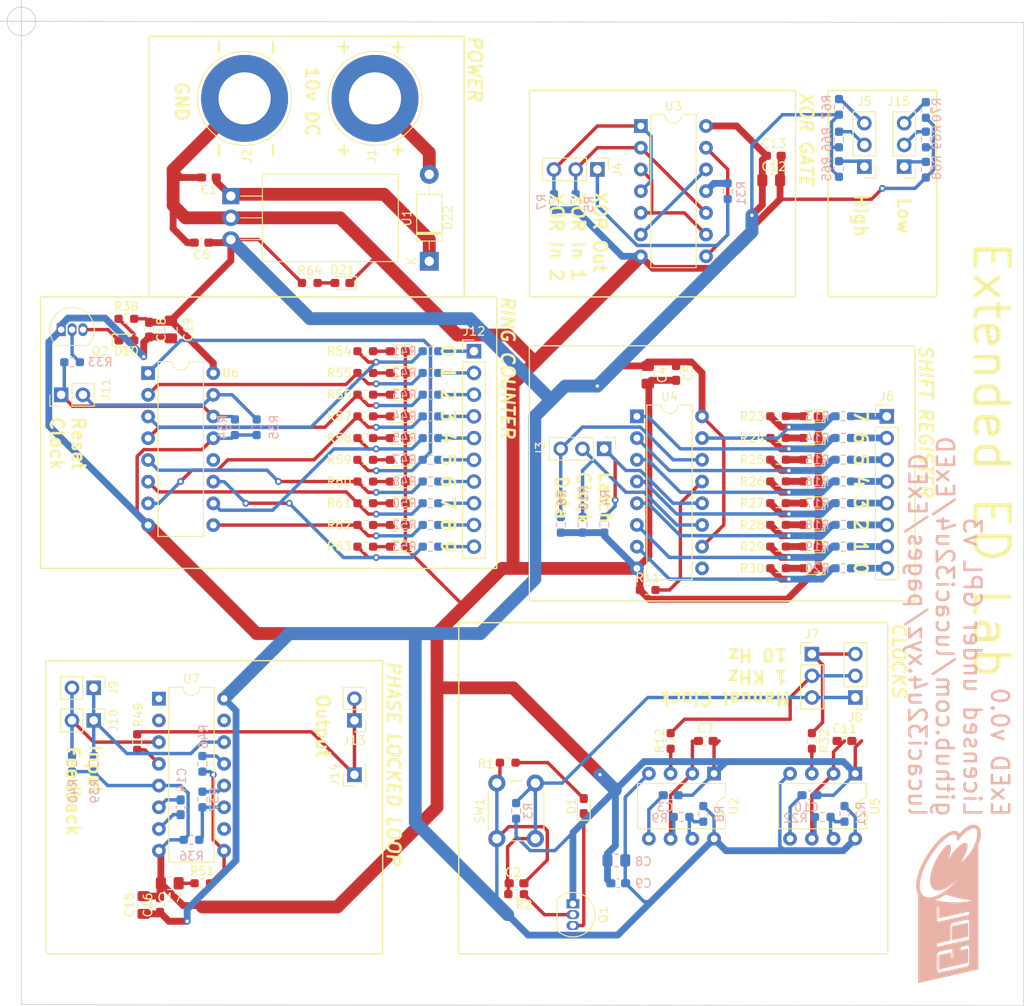
<source format=kicad_pcb>
(kicad_pcb (version 20211014) (generator pcbnew)
  (layers (0 "F.Cu" signal) (31 "B.Cu" signal) (34 "B.Paste" user) (35 "F.Paste" user) (36 "B.SilkS" user "B.Silkscreen") (37 "F.SilkS" user "F.Silkscreen") (38 "B.Mask" user) (39 "F.Mask" user) (44 "Edge.Cuts" user))
  (net 0 "")
  (net 1 "Net-(C1-Pad1)")
  (net 2 "GND")
  (net 3 "+5V")
  (net 4 "Net-(C2-Pad2)")
  (net 5 "Net-(C3-Pad2)")
  (net 6 "Net-(C7-Pad1)")
  (net 7 "Net-(C10-Pad2)")
  (net 8 "Net-(C11-Pad1)")
  (net 9 "Net-(C14-Pad1)")
  (net 10 "Net-(C14-Pad2)")
  (net 11 "Net-(C17-Pad1)")
  (net 12 "Net-(D1-Pad1)")
  (net 13 "Net-(D1-Pad2)")
  (net 14 "Net-(D2-Pad2)")
  (net 15 "Net-(D3-Pad2)")
  (net 16 "Net-(D4-Pad2)")
  (net 17 "Net-(D5-Pad2)")
  (net 18 "Net-(D6-Pad2)")
  (net 19 "Net-(D7-Pad2)")
  (net 20 "Net-(D8-Pad2)")
  (net 21 "Net-(D9-Pad2)")
  (net 22 "Net-(D10-Pad1)")
  (net 23 "Net-(D10-Pad2)")
  (net 24 "Net-(D11-Pad2)")
  (net 25 "Net-(D12-Pad2)")
  (net 26 "Net-(D13-Pad2)")
  (net 27 "Net-(D14-Pad2)")
  (net 28 "Net-(D15-Pad2)")
  (net 29 "Net-(D16-Pad2)")
  (net 30 "Net-(D17-Pad2)")
  (net 31 "Net-(D18-Pad2)")
  (net 32 "Net-(D19-Pad2)")
  (net 33 "Net-(D20-Pad2)")
  (net 34 "Net-(J3-Pad1)")
  (net 35 "Net-(J3-Pad2)")
  (net 36 "Net-(J3-Pad3)")
  (net 37 "Net-(J6-Pad1)")
  (net 38 "Net-(J6-Pad2)")
  (net 39 "Net-(J6-Pad3)")
  (net 40 "Net-(J6-Pad4)")
  (net 41 "Net-(J6-Pad5)")
  (net 42 "Net-(J6-Pad6)")
  (net 43 "Net-(J6-Pad7)")
  (net 44 "Net-(J6-Pad8)")
  (net 45 "Net-(J7-Pad1)")
  (net 46 "Net-(J7-Pad2)")
  (net 47 "Net-(J10-Pad1)")
  (net 48 "Net-(J10-Pad2)")
  (net 49 "Net-(J11-Pad1)")
  (net 50 "Net-(J11-Pad2)")
  (net 51 "Net-(J12-Pad1)")
  (net 52 "Net-(J12-Pad2)")
  (net 53 "Net-(J12-Pad3)")
  (net 54 "Net-(J12-Pad4)")
  (net 55 "Net-(J12-Pad5)")
  (net 56 "Net-(J12-Pad6)")
  (net 57 "Net-(J12-Pad7)")
  (net 58 "Net-(J12-Pad8)")
  (net 59 "Net-(J12-Pad9)")
  (net 60 "Net-(J12-Pad10)")
  (net 61 "Net-(J13-Pad1)")
  (net 62 "Net-(Q1-Pad2)")
  (net 63 "Net-(Q2-Pad2)")
  (net 64 "Net-(R8-Pad2)")
  (net 65 "Net-(R11-Pad2)")
  (net 66 "Net-(R12-Pad2)")
  (net 67 "Net-(R13-Pad1)")
  (net 68 "Net-(R14-Pad2)")
  (net 69 "Net-(R15-Pad2)")
  (net 70 "Net-(R16-Pad2)")
  (net 71 "Net-(R17-Pad2)")
  (net 72 "Net-(R18-Pad2)")
  (net 73 "Net-(R19-Pad2)")
  (net 74 "Net-(R20-Pad2)")
  (net 75 "Net-(R21-Pad2)")
  (net 76 "Net-(R31-Pad1)")
  (net 77 "Net-(R32-Pad2)")
  (net 78 "Net-(R36-Pad1)")
  (net 79 "Net-(R37-Pad2)")
  (net 80 "Net-(R41-Pad1)")
  (net 81 "Net-(R42-Pad2)")
  (net 82 "Net-(R43-Pad2)")
  (net 83 "Net-(R44-Pad2)")
  (net 84 "Net-(R45-Pad2)")
  (net 85 "Net-(R46-Pad1)")
  (net 86 "Net-(R46-Pad2)")
  (net 87 "Net-(R47-Pad2)")
  (net 88 "Net-(R48-Pad2)")
  (net 89 "Net-(R49-Pad1)")
  (net 90 "Net-(R50-Pad2)")
  (net 91 "Net-(R52-Pad2)")
  (net 92 "Net-(R53-Pad2)")
  (net 93 "Net-(U3-Pad3)")
  (net 94 "Net-(U3-Pad12)")
  (net 95 "Net-(U3-Pad13)")
  (net 102 "Net-(D21-Pad2)")
  (net 103 "Net-(D22-Pad2)")
  (net 104 "Net-(J4-Pad1)")
  (net 105 "Net-(J4-Pad2)")
  (net 106 "Net-(J4-Pad3)")
  (net 107 "Net-(J5-Pad3)")
  (net 108 "Net-(J5-Pad2)")
  (net 109 "Net-(J5-Pad1)")
  (net 110 "Net-(J15-Pad3)")
  (net 111 "Net-(J15-Pad2)")
  (net 112 "Net-(J15-Pad1)")
  (footprint "Resistor_SMD:R_0603_1608Metric_Pad0.98x0.95mm_HandSolder" (layer "F.Cu") (at 140.205489 83.82 180)
    (fp_text reference "R60")
    (fp_text value "330")
  )
  (footprint "Diode_THT:D_DO-41_SOD81_P10.16mm_Horizontal" (layer "F.Cu") (at 147.685 58.055 90)
    (fp_text reference "D22")
    (fp_text value "1N4001")
  )
  (footprint "Connector_PinHeader_2.54mm:PinHeader_1x02_P2.54mm_Vertical" (layer "F.Cu") (at 104.655489 73.675 90)
    (fp_text reference "J11")
    (fp_text value "CounterControl")
  )
  (footprint "Package_DIP:DIP-16_W7.62mm" (layer "F.Cu") (at 114.815489 71.135)
    (fp_text reference "U6")
    (fp_text value "4017")
  )
  (footprint "Resistor_SMD:R_0603_1608Metric_Pad0.98x0.95mm_HandSolder" (layer "F.Cu") (at 157.8375 132.08)
    (fp_text reference "R2")
    (fp_text value "1k")
  )
  (footprint "Package_TO_SOT_THT:TO-220-3_Horizontal_TabDown" (layer "F.Cu") (at 124.485 50.435 -90)
    (fp_text reference "U1")
    (fp_text value "LM7805_TO220")
  )
  (footprint "LED_SMD:LED_0603_1608Metric_Pad1.05x0.95mm_HandSolder" (layer "F.Cu") (at 192.275489 88.885 180)
    (fp_text reference "D4" hide)
    (fp_text value "LED")
  )
  (footprint "LED_SMD:LED_0603_1608Metric_Pad1.05x0.95mm_HandSolder" (layer "F.Cu") (at 144.015489 71.12 180)
    (fp_text reference "D11" hide)
    (fp_text value "LED")
  )
  (footprint "Capacitor_SMD:C_0805_2012Metric_Pad1.18x1.45mm_HandSolder" (layer "F.Cu") (at 117.345489 130.81 180)
    (fp_text reference "C17")
    (fp_text value "100n")
  )
  (footprint "LED_SMD:LED_0603_1608Metric_Pad1.05x0.95mm_HandSolder" (layer "F.Cu") (at 192.275489 93.965 180)
    (fp_text reference "D5" hide)
    (fp_text value "LED")
  )
  (footprint "Package_DIP:DIP-16_W7.62mm" (layer "F.Cu") (at 171.955489 76.2)
    (fp_text reference "U4")
    (fp_text value "74HC595")
  )
  (footprint "Resistor_SMD:R_0603_1608Metric_Pad0.98x0.95mm_HandSolder" (layer "F.Cu") (at 140.205489 78.74 180)
    (fp_text reference "R58")
    (fp_text value "330")
  )
  (footprint "LED_SMD:LED_0603_1608Metric_Pad1.05x0.95mm_HandSolder" (layer "F.Cu") (at 144.015489 73.66 180)
    (fp_text reference "D17" hide)
    (fp_text value "LED")
  )
  (footprint "Resistor_SMD:R_0603_1608Metric_Pad0.98x0.95mm_HandSolder" (layer "F.Cu") (at 188.465489 88.885 180)
    (fp_text reference "R28")
    (fp_text value "330")
  )
  (footprint "Resistor_SMD:R_0603_1608Metric_Pad0.98x0.95mm_HandSolder" (layer "F.Cu") (at 133.715 60.595)
    (fp_text reference "R64")
    (fp_text value "330")
  )
  (footprint "Connector_PinHeader_2.54mm:PinHeader_1x03_P2.54mm_Vertical" (layer "F.Cu") (at 167.33689 47.318291 -90)
    (fp_text reference "J4")
    (fp_text value "XOR")
  )
  (footprint "LED_SMD:LED_0603_1608Metric_Pad1.05x0.95mm_HandSolder" (layer "F.Cu") (at 192.275489 78.725 180)
    (fp_text reference "D2" hide)
    (fp_text value "LED")
  )
  (footprint "Connector_PinHeader_2.54mm:PinHeader_1x03_P2.54mm_Vertical" (layer "F.Cu") (at 192.415 104.000489)
    (fp_text reference "J7")
    (fp_text value "Clocks")
  )
  (footprint "Resistor_SMD:R_0603_1608Metric_Pad0.98x0.95mm_HandSolder" (layer "F.Cu") (at 175.905 114.160489 -90)
    (fp_text reference "R12")
    (fp_text value "100")
  )
  (footprint "LED_SMD:LED_0603_1608Metric_Pad1.05x0.95mm_HandSolder" (layer "F.Cu") (at 192.275489 81.265 180)
    (fp_text reference "D7" hide)
    (fp_text value "LED")
  )
  (footprint "Connector_PinHeader_2.54mm:PinHeader_1x03_P2.54mm_Vertical" (layer "F.Cu") (at 168.130489 79.995 -90)
    (fp_text reference "J3")
    (fp_text value "ShiftInput")
  )
  (footprint "Capacitor_SMD:C_0603_1608Metric_Pad1.08x0.95mm_HandSolder" (layer "F.Cu") (at 187.96 45.72)
    (fp_text reference "C13")
    (fp_text value "1u")
  )
  (footprint "LED_SMD:LED_0603_1608Metric_Pad1.05x0.95mm_HandSolder" (layer "F.Cu") (at 144.015489 81.28 180)
    (fp_text reference "D13" hide)
    (fp_text value "LED")
  )
  (footprint "Resistor_SMD:R_0603_1608Metric_Pad0.98x0.95mm_HandSolder" (layer "F.Cu") (at 140.205489 73.66 180)
    (fp_text reference "R56")
    (fp_text value "330")
  )
  (footprint "LED_SMD:LED_0603_1608Metric_Pad1.05x0.95mm_HandSolder" (layer "F.Cu") (at 144.015489 68.58 180)
    (fp_text reference "D16" hide)
    (fp_text value "LED")
  )
  (footprint "LED_SMD:LED_0603_1608Metric_Pad1.05x0.95mm_HandSolder" (layer "F.Cu") (at 165.745 121.780489 90)
    (fp_text reference "D1")
    (fp_text value "LED")
  )
  (footprint "Package_DIP:DIP-16_W7.62mm" (layer "F.Cu") (at 116.075489 109.22)
    (fp_text reference "U7")
    (fp_text value "4046")
  )
  (footprint "Capacitor_SMD:C_0603_1608Metric_Pad1.08x0.95mm_HandSolder" (layer "F.Cu") (at 121.0575 55.88 180)
    (fp_text reference "C6")
    (fp_text value "1u")
  )
  (footprint "LED_SMD:LED_0603_1608Metric_Pad1.05x0.95mm_HandSolder" (layer "F.Cu") (at 112.275489 67.325)
    (fp_text reference "D10")
    (fp_text value "LED")
  )
  (footprint "LED_SMD:LED_0603_1608Metric_Pad1.05x0.95mm_HandSolder" (layer "F.Cu") (at 144.015489 78.74 180)
    (fp_text reference "D18" hide)
    (fp_text value "LED")
  )
  (footprint "Resistor_SMD:R_0603_1608Metric_Pad0.98x0.95mm_HandSolder" (layer "F.Cu") (at 140.205489 71.12 180)
    (fp_text reference "R55")
    (fp_text value "330")
  )
  (footprint "Package_DIP:DIP-8_W7.62mm" (layer "F.Cu") (at 197.485 117.980489 -90)
    (fp_text reference "U5")
    (fp_text value "NE555P")
  )
  (footprint "Resistor_SMD:R_0603_1608Metric_Pad0.98x0.95mm_HandSolder" (layer "F.Cu") (at 188.465489 93.965)
    (fp_text reference "R30")
    (fp_text value "330")
  )
  (footprint "Connector_PinHeader_2.54mm:PinHeader_1x10_P2.54mm_Vertical" (layer "F.Cu") (at 152.905489 68.58)
    (fp_text reference "J12")
    (fp_text value "CounterOutput")
  )
  (footprint "Capacitor_SMD:C_0805_2012Metric_Pad1.18x1.45mm_HandSolder" (layer "F.Cu") (at 117.475 66.04 90)
    (fp_text reference "C19")
    (fp_text value "100n")
  )
  (footprint "LED_SMD:LED_0603_1608Metric_Pad1.05x0.95mm_HandSolder" (layer "F.Cu") (at 192.275489 91.425 180)
    (fp_text reference "D9" hide)
    (fp_text value "LED")
  )
  (footprint "Capacitor_SMD:C_0603_1608Metric_Pad1.08x0.95mm_HandSolder" (layer "F.Cu") (at 121.92 48.26 180)
    (fp_text reference "C1")
    (fp_text value "1u")
  )
  (footprint "Package_TO_SOT_THT:TO-92_Inline" (layer "F.Cu") (at 164.475 133.210489 -90)
    (fp_text reference "Q1")
    (fp_text value "PN2222A")
  )
  (footprint "Resistor_SMD:R_0603_1608Metric_Pad0.98x0.95mm_HandSolder" (layer "F.Cu") (at 112.275489 64.785)
    (fp_text reference "R38")
    (fp_text value "330")
  )
  (footprint "Package_TO_SOT_THT:TO-92_Inline" (layer "F.Cu") (at 104.655489 66.055)
    (fp_text reference "Q2")
    (fp_text value "PN2222A")
  )
  (footprint "Connector_PinHeader_2.54mm:PinHeader_1x01_P2.54mm_Vertical" (layer "F.Cu") (at 138.935489 118.11 90)
    (fp_text reference "J14")
    (fp_text value "PLLOutput")
  )
  (footprint "Connector_PinHeader_2.54mm:PinHeader_1x03_P2.54mm_Vertical" (layer "F.Cu") (at 197.495 109.080489 180)
    (fp_text reference "J8")
    (fp_text value "Clocks")
  )
  (footprint "Resistor_SMD:R_0603_1608Metric_Pad0.98x0.95mm_HandSolder" (layer "F.Cu") (at 188.465489 78.725 180)
    (fp_text reference "R24")
    (fp_text value "330")
  )
  (footprint "Connector_PinHeader_2.54mm:PinHeader_1x03_P2.54mm_Vertical" (layer "F.Cu") (at 203.2 46.99 180)
    (fp_text reference "J15")
    (fp_text value "LogicLow")
  )
  (footprint "Connector:Banana_Jack_1Pin" (layer "F.Cu") (at 126.095 39.005 -90)
    (fp_text reference "J2")
    (fp_text value "BananaMinus")
  )
  (footprint "LED_SMD:LED_0603_1608Metric_Pad1.05x0.95mm_HandSolder" (layer "F.Cu") (at 192.275489 86.345 180)
    (fp_text reference "D8" hide)
    (fp_text value "LED")
  )
  (footprint "Capacitor_SMD:C_0805_2012Metric_Pad1.18x1.45mm_HandSolder" (layer "F.Cu") (at 173.225489 71.3375 -90)
    (fp_text reference "C4")
    (fp_text value "100n")
  )
  (footprint "Connector:Banana_Jack_1Pin" (layer "F.Cu") (at 141.335 39.005 -90)
    (fp_text reference "J1")
    (fp_text value "BananaPlus")
  )
  (footprint "Connector_PinHeader_2.54mm:PinHeader_1x08_P2.54mm_Vertical" (layer "F.Cu") (at 201.165489 76.2)
    (fp_text reference "J6")
    (fp_text value "ShiftOutput")
  )
  (footprint "Resistor_SMD:R_0603_1608Metric_Pad0.98x0.95mm_HandSolder" (layer "F.Cu") (at 121.155489 130.81)
    (fp_text reference "R51")
    (fp_text value "10k")
  )
  (footprint "Resistor_SMD:R_0603_1608Metric_Pad0.98x0.95mm_HandSolder" (layer "F.Cu") (at 140.205489 76.2 180)
    (fp_text reference "R57")
    (fp_text value "330")
  )
  (footprint "LED_SMD:LED_0603_1608Metric_Pad1.05x0.95mm_HandSolder" (layer "F.Cu") (at 144.015489 86.36 180)
    (fp_text reference "D14" hide)
    (fp_text value "LED")
  )
  (footprint "Resistor_SMD:R_0603_1608Metric_Pad0.98x0.95mm_HandSolder" (layer "F.Cu") (at 188.465489 83.805 180)
    (fp_text reference "R26")
    (fp_text value "330")
  )
  (footprint "Capacitor_SMD:C_0805_2012Metric_Pad1.18x1.45mm_HandSolder" (layer "F.Cu") (at 187.65689 48.588291)
    (fp_text reference "C12")
    (fp_text value "100n")
  )
  (footprint "Resistor_SMD:R_0603_1608Metric_Pad0.98x0.95mm_HandSolder" (layer "F.Cu") (at 140.205489 68.58 180)
    (fp_text reference "R54")
    (fp_text value "330")
  )
  (footprint "Capacitor_SMD:C_0603_1608Metric_Pad1.08x0.95mm_HandSolder" (layer "F.Cu") (at 196.225 114.160489)
    (fp_text reference "C11")
    (fp_text value "1u")
  )
  (footprint "Resistor_SMD:R_0603_1608Metric_Pad0.98x0.95mm_HandSolder" (layer "F.Cu") (at 140.205489 81.28 180)
    (fp_text reference "R59")
    (fp_text value "330")
  )
  (footprint "Resistor_SMD:R_0603_1608Metric_Pad0.98x0.95mm_HandSolder" (layer "F.Cu") (at 140.205489 86.36 180)
    (fp_text reference "R61")
    (fp_text value "330")
  )
  (footprint "Resistor_SMD:R_0603_1608Metric_Pad0.98x0.95mm_HandSolder" (layer "F.Cu") (at 192.415 114.160489 -90)
    (fp_text reference "R32")
    (fp_text value "100")
  )
  (footprint "Resistor_SMD:R_0603_1608Metric_Pad0.98x0.95mm_HandSolder" (layer "F.Cu") (at 188.465489 86.345 180)
    (fp_text reference "R27")
    (fp_text value "330")
  )
  (footprint "Resistor_SMD:R_0603_1608Metric_Pad0.98x0.95mm_HandSolder" (layer "F.Cu") (at 140.205489 91.44)
    (fp_text reference "R63")
    (fp_text value "330")
  )
  (footprint "Resistor_SMD:R_0603_1608Metric_Pad0.98x0.95mm_HandSolder" (layer "F.Cu") (at 188.465489 91.425 180)
    (fp_text reference "R29")
    (fp_text value "330")
  )
  (footprint "Connector_PinHeader_2.54mm:PinHeader_1x02_P2.54mm_Vertical" (layer "F.Cu") (at 108.455489 111.76 -90)
    (fp_text reference "J10")
    (fp_text value "PLLDivider")
  )
  (footprint "LED_SMD:LED_0603_1608Metric_Pad1.05x0.95mm_HandSolder" (layer "F.Cu") (at 144.015489 83.82 180)
    (fp_text reference "D19" hide)
    (fp_text value "LED")
  )
  (footprint "Capacitor_SMD:C_0805_2012Metric_Pad1.18x1.45mm_HandSolder" (layer "F.Cu") (at 114.3 133.35 90)
    (fp_text reference "C15")
    (fp_text value "100n")
  )
  (footprint "Capacitor_SMD:C_0603_1608Metric_Pad1.08x0.95mm_HandSolder" (layer "F.Cu") (at 176.53 71.12 -90)
    (fp_text reference "C5")
    (fp_text value "1u")
  )
  (footprint "LED_SMD:LED_0603_1608Metric_Pad1.05x0.95mm_HandSolder" (layer "F.Cu") (at 192.275489 83.805 180)
    (fp_text reference "D3" hide)
    (fp_text value "LED")
  )
  (footprint "Capacitor_SMD:C_0603_1608Metric_Pad1.08x0.95mm_HandSolder" (layer "F.Cu") (at 116.205 133.35 90)
    (fp_text reference "C16")
    (fp_text value "1u")
  )
  (footprint "Capacitor_SMD:C_0603_1608Metric_Pad1.08x0.95mm_HandSolder" (layer "F.Cu") (at 180.0075 114.160489)
    (fp_text reference "C7")
    (fp_text value "10n")
  )
  (footprint "Capacitor_SMD:C_0603_1608Metric_Pad1.08x0.95mm_HandSolder" (layer "F.Cu") (at 114.935 66.055 -90)
    (fp_text reference "C18")
    (fp_text value "1u")
  )
  (footprint "Resistor_SMD:R_0603_1608Metric_Pad0.98x0.95mm_HandSolder" (layer "F.Cu") (at 173.225489 96.505)
    (fp_text reference "R11")
    (fp_text value "10k")
  )
  (footprint "Connector_PinHeader_2.54mm:PinHeader_1x03_P2.54mm_Vertical" (layer "F.Cu") (at 198.55 46.99 180)
    (fp_text reference "J5")
    (fp_text value "LogicHigh")
  )
  (footprint "Package_DIP:DIP-8_W7.62mm" (layer "F.Cu") (at 180.975 117.980489 -90)
    (fp_text reference "U2")
    (fp_text value "NE555P")
  )
  (footprint "Resistor_SMD:R_0603_1608Metric_Pad0.98x0.95mm_HandSolder" (layer "F.Cu") (at 156.855 116.700489)
    (fp_text reference "R1")
    (fp_text value "330")
  )
  (footprint "Button_Switch_THT:SW_PUSH_6mm" (layer "F.Cu") (at 155.585 125.590489 90)
    (fp_text reference "SW1")
    (fp_text value "Manual")
  )
  (footprint "Resistor_SMD:R_0603_1608Metric_Pad0.98x0.95mm_HandSolder" (layer "F.Cu") (at 188.465489 81.265 180)
    (fp_text reference "R25")
    (fp_text value "330")
  )
  (footprint "Capacitor_SMD:C_0603_1608Metric_Pad1.08x0.95mm_HandSolder" (layer "F.Cu") (at 157.8875 130.81 180)
    (fp_text reference "C2")
    (fp_text value "1u")
  )
  (footprint "LED_SMD:LED_0603_1608Metric_Pad1.05x0.95mm_HandSolder" (layer "F.Cu") (at 144.015489 91.44 180)
    (fp_text reference "D15" hide)
    (fp_text value "LED")
  )
  (footprint "LED_SMD:LED_0603_1608Metric_Pad1.05x0.95mm_HandSolder" (layer "F.Cu") (at 144.015489 76.2 180)
    (fp_text reference "D12" hide)
    (fp_text value "LED")
  )
  (footprint "Package_DIP:DIP-14_W7.62mm" (layer "F.Cu") (at 172.41689 42.238291)
    (fp_text reference "U3")
    (fp_text value "74LS00")
  )
  (footprint "LED_SMD:LED_0603_1608Metric_Pad1.05x0.95mm_HandSolder" (layer "F.Cu") (at 192.275489 76.185 180)
    (fp_text reference "D6" hide)
    (fp_text value "LED")
  )
  (footprint "Connector_PinHeader_2.54mm:PinHeader_1x02_P2.54mm_Vertical" (layer "F.Cu") (at 108.455489 107.95 -90)
    (fp_text reference "J9")
    (fp_text value "PLLDivider")
  )
  (footprint "Resistor_SMD:R_0603_1608Metric_Pad0.98x0.95mm_HandSolder" (layer "F.Cu") (at 140.205489 88.9 180)
    (fp_text reference "R62")
    (fp_text value "330")
  )
  (footprint "Resistor_SMD:R_0603_1608Metric_Pad0.98x0.95mm_HandSolder" (layer "F.Cu") (at 113.535489 114.3 90)
    (fp_text reference "R49")
    (fp_text value "100")
  )
  (footprint "LED_SMD:LED_0603_1608Metric_Pad1.05x0.95mm_HandSolder" (layer "F.Cu") (at 137.525 60.595 180)
    (fp_text reference "D21")
    (fp_text value "LED")
  )
  (footprint "Connector_PinHeader_2.54mm:PinHeader_1x02_P2.54mm_Vertical" (layer "F.Cu") (at 138.935489 111.76 180)
    (fp_text reference "J13")
    (fp_text value "PLLOutput")
  )
  (footprint "Resistor_SMD:R_0603_1608Metric_Pad0.98x0.95mm_HandSolder" (layer "F.Cu") (at 188.465489 76.185 180)
    (fp_text reference "R23")
    (fp_text value "330")
  )
  (footprint "LED_SMD:LED_0603_1608Metric_Pad1.05x0.95mm_HandSolder" (layer "F.Cu") (at 144.015489 88.9 180)
    (fp_text reference "D20" hide)
    (fp_text value "LED")
  )
  (footprint "Resistor_SMD:R_0603_1608Metric_Pad0.98x0.95mm_HandSolder" (layer "B.Cu") (at 163.065489 88.885 90)
    (fp_text reference "R6")
    (fp_text value "10k")
  )
  (footprint "Resistor_SMD:R_0603_1608Metric_Pad0.98x0.95mm_HandSolder" (layer "B.Cu") (at 177.175 123.050489 180)
    (fp_text reference "R9")
    (fp_text value "47k")
  )
  (footprint "Resistor_SMD:R_0603_1608Metric_Pad0.98x0.95mm_HandSolder" (layer "B.Cu") (at 182.57689 49.858291 -90)
    (fp_text reference "R31")
    (fp_text value "100")
  )
  (footprint "Resistor_SMD:R_0603_1608Metric_Pad0.98x0.95mm_HandSolder" (layer "B.Cu") (at 193.685 123.050489 180)
    (fp_text reference "R22")
    (fp_text value "47k")
  )
  (footprint "Resistor_SMD:R_0603_1608Metric_Pad0.98x0.95mm_HandSolder" (layer "B.Cu") (at 179.715 122.692989 -90)
    (fp_text reference "R8")
    (fp_text value "47k")
  )
  (footprint "Capacitor_SMD:C_0603_1608Metric_Pad1.08x0.95mm_HandSolder" (layer "B.Cu") (at 175.905 120.510489 180)
    (fp_text reference "C3")
    (fp_text value "10n")
  )
  (footprint "Resistor_SMD:R_0603_1608Metric_Pad0.98x0.95mm_HandSolder" (layer "B.Cu") (at 168.145489 88.885 90)
    (fp_text reference "R4")
    (fp_text value "10k")
  )
  (footprint "Resistor_SMD:R_0603_1608Metric_Pad0.98x0.95mm_HandSolder" (layer "B.Cu") (at 195.58 47.2675 -90)
    (fp_text reference "R65")
    (fp_text value "100")
  )
  (footprint "Resistor_SMD:R_0603_1608Metric_Pad0.98x0.95mm_HandSolder" (layer "B.Cu") (at 196.085489 83.805 180)
    (fp_text reference "R16")
    (fp_text value "100")
  )
  (footprint "Resistor_SMD:R_0603_1608Metric_Pad0.98x0.95mm_HandSolder" (layer "B.Cu") (at 147.825489 91.44 180)
    (fp_text reference "R53")
    (fp_text value "100")
  )
  (footprint "Resistor_SMD:R_0603_1608Metric_Pad0.98x0.95mm_HandSolder" (layer "B.Cu") (at 196.085489 88.885 180)
    (fp_text reference "R18")
    (fp_text value "100")
  )
  (footprint "Resistor_SMD:R_0603_1608Metric_Pad0.98x0.95mm_HandSolder" (layer "B.Cu") (at 121.155489 116.84 90)
    (fp_text reference "R46")
    (fp_text value "100k")
  )
  (footprint "Resistor_SMD:R_0603_1608Metric_Pad0.98x0.95mm_HandSolder" (layer "B.Cu") (at 196.085489 86.345 180)
    (fp_text reference "R17")
    (fp_text value "100")
  )
  (footprint "Resistor_SMD:R_0603_1608Metric_Pad0.98x0.95mm_HandSolder" (layer "B.Cu") (at 162.25689 51.128291 -90)
    (fp_text reference "R7")
    (fp_text value "10k")
  )
  (footprint "Resistor_SMD:R_0603_1608Metric_Pad0.98x0.95mm_HandSolder" (layer "B.Cu") (at 121.155489 121.0075 90)
    (fp_text reference "R37")
    (fp_text value "10M")
  )
  (footprint "Resistor_SMD:R_0603_1608Metric_Pad0.98x0.95mm_HandSolder" (layer "B.Cu") (at 124.965489 77.47 -90)
    (fp_text reference "R34")
    (fp_text value "10k")
  )
  (footprint "Resistor_SMD:R_0603_1608Metric_Pad0.98x0.95mm_HandSolder" (layer "B.Cu") (at 147.825489 71.12 180)
    (fp_text reference "R42")
    (fp_text value "100")
  )
  (footprint "Resistor_SMD:R_0603_1608Metric_Pad0.98x0.95mm_HandSolder" (layer "B.Cu") (at 147.825489 73.66 180)
    (fp_text reference "R43")
    (fp_text value "100")
  )
  (footprint "Resistor_SMD:R_0603_1608Metric_Pad0.98x0.95mm_HandSolder" (layer "B.Cu") (at 147.825489 88.9 180)
    (fp_text reference "R52")
    (fp_text value "100")
  )
  (footprint "Resistor_SMD:R_0603_1608Metric_Pad0.98x0.95mm_HandSolder" (layer "B.Cu") (at 147.825489 81.28 180)
    (fp_text reference "R47")
    (fp_text value "100")
  )
  (footprint "Resistor_SMD:R_0603_1608Metric_Pad0.98x0.95mm_HandSolder" (layer "B.Cu") (at 205.74 47.3475 -90)
    (fp_text reference "R68")
    (fp_text value "100")
  )
  (footprint "Resistor_SMD:R_0603_1608Metric_Pad0.98x0.95mm_HandSolder" (layer "B.Cu") (at 196.085489 76.185)
    (fp_text reference "R13")
    (fp_text value "100")
  )
  (footprint "Resistor_SMD:R_0603_1608Metric_Pad0.98x0.95mm_HandSolder" (layer "B.Cu") (at 147.825489 68.58)
    (fp_text reference "R41")
    (fp_text value "100")
  )
  (footprint "Resistor_SMD:R_0603_1608Metric_Pad0.98x0.95mm_HandSolder" (layer "B.Cu") (at 196.225 122.692989 -90)
    (fp_text reference "R21")
    (fp_text value "47k")
  )
  (footprint "Resistor_SMD:R_0603_1608Metric_Pad0.98x0.95mm_HandSolder" (layer "B.Cu") (at 147.825489 83.82 180)
    (fp_text reference "R48")
    (fp_text value "100")
  )
  (footprint "Resistor_SMD:R_0603_1608Metric_Pad0.98x0.95mm_HandSolder" (layer "B.Cu") (at 195.58 43.815 -90)
    (fp_text reference "R66")
    (fp_text value "100")
  )
  (footprint "Resistor_SMD:R_0603_1608Metric_Pad0.98x0.95mm_HandSolder" (layer "B.Cu") (at 147.825489 78.74 180)
    (fp_text reference "R45")
    (fp_text value "100")
  )
  (footprint "Resistor_SMD:R_0603_1608Metric_Pad0.98x0.95mm_HandSolder" (layer "B.Cu") (at 105.925489 69.865 180)
    (fp_text reference "R33")
    (fp_text value "1k")
  )
  (footprint "Resistor_SMD:R_0603_1608Metric_Pad0.98x0.95mm_HandSolder" (layer "B.Cu") (at 196.085489 78.725 180)
    (fp_text reference "R14")
    (fp_text value "100")
  )
  (footprint "Capacitor_SMD:C_0603_1608Metric_Pad1.08x0.95mm_HandSolder" (layer "B.Cu") (at 118.615489 121.92 90)
    (fp_text reference "C14")
    (fp_text value "1nF")
  )
  (footprint "Resistor_SMD:R_0603_1608Metric_Pad0.98x0.95mm_HandSolder" (layer "B.Cu") (at 196.085489 93.965 180)
    (fp_text reference "R20")
    (fp_text value "100")
  )
  (footprint "Capacitor_SMD:C_0603_1608Metric_Pad1.08x0.95mm_HandSolder" (layer "B.Cu") (at 169.7725 130.81 180)
    (fp_text reference "C9")
    (fp_text value "1u")
  )
  (footprint "Capacitor_SMD:C_0805_2012Metric_Pad1.18x1.45mm_HandSolder" (layer "B.Cu") (at 169.555 128.130489)
    (fp_text reference "C8")
    (fp_text value "100n")
  )
  (footprint "Resistor_SMD:R_0603_1608Metric_Pad0.98x0.95mm_HandSolder" (layer "B.Cu") (at 105.915489 116.84 90)
    (fp_text reference "R40")
    (fp_text value "10k")
  )
  (footprint "Capacitor_SMD:C_0603_1608Metric_Pad1.08x0.95mm_HandSolder" (layer "B.Cu") (at 192.1225 120.510489 180)
    (fp_text reference "C10")
    (fp_text value "10n")
  )
  (footprint "Resistor_SMD:R_0603_1608Metric_Pad0.98x0.95mm_HandSolder" (layer "B.Cu") (at 127.505489 77.47 -90)
    (fp_text reference "R35")
    (fp_text value "10k")
  )
  (footprint "Resistor_SMD:R_0603_1608Metric_Pad0.98x0.95mm_HandSolder" (layer "B.Cu") (at 196.085489 81.265 180)
    (fp_text reference "R15")
    (fp_text value "100")
  )
  (footprint "Resistor_SMD:R_0603_1608Metric_Pad0.98x0.95mm_HandSolder" (layer "B.Cu") (at 195.58 40.005 -90)
    (fp_text reference "R67")
    (fp_text value "100")
  )
  (footprint "Resistor_SMD:R_0603_1608Metric_Pad0.98x0.95mm_HandSolder" (layer "B.Cu") (at 108.455489 116.84 90)
    (fp_text reference "R39")
    (fp_text value "10k")
  )
  (footprint "Resistor_SMD:R_0603_1608Metric_Pad0.98x0.95mm_HandSolder" (layer "B.Cu") (at 147.825489 86.36 180)
    (fp_text reference "R50")
    (fp_text value "100")
  )
  (footprint "Resistor_SMD:R_0603_1608Metric_Pad0.98x0.95mm_HandSolder" (layer "B.Cu") (at 164.79689 51.128291 -90)
    (fp_text reference "R5")
    (fp_text value "10k")
  )
  (footprint "Resistor_SMD:R_0603_1608Metric_Pad0.98x0.95mm_HandSolder" (layer "B.Cu") (at 205.74 40.3625 -90)
    (fp_text reference "R70")
    (fp_text value "100")
  )
  (footprint "Resistor_SMD:R_0603_1608Metric_Pad0.98x0.95mm_HandSolder" (layer "B.Cu") (at 147.825489 76.2 180)
    (fp_text reference "R44")
    (fp_text value "100")
  )
  (footprint "Resistor_SMD:R_0603_1608Metric_Pad0.98x0.95mm_HandSolder" (layer "B.Cu") (at 196.085489 91.425 180)
    (fp_text reference "R19")
    (fp_text value "100")
  )
  (footprint "Resistor_SMD:R_0603_1608Metric_Pad0.98x0.95mm_HandSolder" (layer "B.Cu") (at 119.885489 125.73 180)
    (fp_text reference "R36")
    (fp_text value "100k")
  )
  (footprint "Resistor_SMD:R_0603_1608Metric_Pad0.98x0.95mm_HandSolder" (layer "B.Cu") (at 165.605489 88.885 90)
    (fp_text reference "R10")
    (fp_text value "10k")
  )
  (footprint "Resistor_SMD:R_0603_1608Metric_Pad0.98x0.95mm_HandSolder" (layer "B.Cu") (at 205.74 43.815 -90)
    (fp_text reference "R69")
    (fp_text value "100")
  )
  (footprint "Resistor_SMD:R_0603_1608Metric_Pad0.98x0.95mm_HandSolder" (layer "B.Cu") (at 157.835 122.340489 90)
    (fp_text reference "R3")
    (fp_text value "500")
  )
  (gr_poly (pts (xy 212.067328 124.844171) (xy 212.063342 124.803562) (xy 212.05829 124.76362) (xy 212.052144 124.724368) (xy 212.04488 124.685828) (xy 212.036472 124.648021) (xy 212.026894 124.610972) (xy 212.016121 124.574701) (xy 212.004127 124.539232) (xy 212.004076 124.539179) (xy 212.004076 124.539125) (xy 211.989016 124.500256) (xy 211.972333 124.462626) (xy 211.954058 124.426291) (xy 211.934224 124.391308) (xy 211.912865 124.357735) (xy 211.890011 124.32563) (xy 211.865697 124.295048) (xy 211.839953 124.266047) (xy 211.812814 124.238684) (xy 211.784311 124.213016) (xy 211.754478 124.189101) (xy 211.723346 124.166995) (xy 211.690948 124.146755) (xy 211.657316 124.128439) (xy 211.622484 124.112104) (xy 211.586484 124.097806) (xy 211.586431 124.097806) (xy 211.528838 124.079538) (xy 211.469986 124.066102) (xy 211.409953 124.057372) (xy 211.34882 124.053222) (xy 211.286664 124.053525) (xy 211.223564 124.058156) (xy 211.159599 124.066989) (xy 211.094849 124.079898) (xy 211.029392 124.096755) (xy 210.963306 124.117436) (xy 210.896672 124.141814) (xy 210.829566 124.169762) (xy 210.76207 124.201156) (xy 210.69426 124.235868) (xy 210.626217 124.273772) (xy 210.558019 124.314743) (xy 210.499505 124.352286) (xy 210.440871 124.392164) (xy 210.382156 124.434326) (xy 210.3234 124.478723) (xy 210.264642 124.525305) (xy 210.205922 124.574022) (xy 210.14728 124.624822) (xy 210.088755 124.677657) (xy 210.030388 124.732477) (xy 209.972217 124.78923) (xy 209.914283 124.847867) (xy 209.856625 124.908338) (xy 209.799283 124.970593) (xy 209.742296 125.034581) (xy 209.685705 125.100253) (xy 209.629548 125.167559) (xy 209.621818 125.14682) (xy 209.613588 125.126436) (xy 209.604843 125.106429) (xy 209.595569 125.086818) (xy 209.58575 125.067623) (xy 209.575371 125.048864) (xy 209.564417 125.03056) (xy 209.552873 125.012733) (xy 209.540724 124.995401) (xy 209.527954 124.978586) (xy 209.51455 124.962306) (xy 209.500494 124.946582) (xy 209.485773 124.931434) (xy 209.470372 124.916881) (xy 209.454275 124.902945) (xy 209.437467 124.889644) (xy 209.437454 124.88963) (xy 209.43744 124.889617) (xy 209.437427 124.889604) (xy 209.437421 124.889597) (xy 209.437414 124.889591) (xy 209.413634 124.872621) (xy 209.389087 124.857083) (xy 209.363811 124.842956) (xy 209.337843 124.830218) (xy 209.311219 124.818848) (xy 209.283977 124.808822) (xy 209.256154 124.800121) (xy 209.227787 124.792722) (xy 209.198912 124.786604) (xy 209.169568 124.781745) (xy 209.139791 124.778123) (xy 209.109618 124.775716) (xy 209.079087 124.774504) (xy 209.048233 124.774464) (xy 209.017096 124.775574) (xy 208.98571 124.777814) (xy 208.954057 124.781134) (xy 208.922104 124.78549) (xy 208.889853 124.790868) (xy 208.85731 124.797255) (xy 208.824478 124.804637) (xy 208.791361 124.813) (xy 208.757964 124.822332) (xy 208.724288 124.832617) (xy 208.69034 124.843843) (xy 208.656123 124.855997) (xy 208.586895 124.88303) (xy 208.516638 124.913608) (xy 208.445382 124.947623) (xy 208.376051 124.983433) (xy 208.305868 125.022299) (xy 208.234901 125.064175) (xy 208.163218 125.109011) (xy 208.090884 125.15676) (xy 208.017968 125.207375) (xy 207.944537 125.260806) (xy 207.870658 125.317006) (xy 207.796397 125.375928) (xy 207.721823 125.437522) (xy 207.647002 125.501742) (xy 207.572002 125.568539) (xy 207.49689 125.637865) (xy 207.421732 125.709672) (xy 207.346597 125.783912) (xy 207.271552 125.860538) (xy 207.270879 125.861211) (xy 207.27026 125.861882) (xy 207.167275 125.973951) (xy 207.064932 126.088564) (xy 206.963283 126.205681) (xy 206.862378 126.325264) (xy 206.862365 126.325278) (xy 206.862352 126.325292) (xy 206.862339 126.325305) (xy 206.862332 126.325311) (xy 206.862325 126.325318) (xy 206.753054 126.458432) (xy 206.644794 126.59435) (xy 206.537658 126.733108) (xy 206.431757 126.874742) (xy 206.275348 127.092327) (xy 206.125835 127.310634) (xy 205.98329 127.529323) (xy 205.847785 127.748054) (xy 205.719393 127.966488) (xy 205.598185 128.184283) (xy 205.484233 128.4011) (xy 205.37761 128.616599) (xy 205.377597 128.616626) (xy 205.377583 128.616653) (xy 205.377557 128.616706) (xy 205.330946 128.715194) (xy 205.285974 128.813301) (xy 205.242631 128.910989) (xy 205.200909 129.008223) (xy 205.160797 129.104968) (xy 205.122287 129.201186) (xy 205.085368 129.296844) (xy 205.050032 129.391904) (xy 205.005816 129.516519) (xy 204.964459 129.639985) (xy 204.925977 129.76224) (xy 204.890384 129.883224) (xy 204.857698 130.002876) (xy 204.827933 130.121137) (xy 204.801106 130.237945) (xy 204.777232 130.35324) (xy 204.764748 130.41939) (xy 204.753283 130.484983) (xy 204.742837 130.550004) (xy 204.733413 130.614438) (xy 204.725012 130.678267) (xy 204.717637 130.741477) (xy 204.711289 130.804052) (xy 204.70597 130.865974) (xy 204.705607 130.870366) (xy 204.705607 131.384082) (xy 204.70602 131.388991) (xy 204.71139 131.443752) (xy 204.717896 131.497769) (xy 204.725544 131.551018) (xy 204.734342 131.603477) (xy 204.744295 131.655123) (xy 204.75541 131.705932) (xy 204.767693 131.755881) (xy 204.781152 131.804947) (xy 204.795792 131.853106) (xy 204.81162 131.900336) (xy 204.828643 131.946613) (xy 204.846866 131.991915) (xy 204.866297 132.036217) (xy 204.886941 132.079497) (xy 204.908806 132.121731) (xy 204.931897 132.162897) (xy 204.931897 142.370232) (xy 206.130664 142.09547) (xy 206.130664 132.559013) (xy 206.099493 132.559001) (xy 206.068589 132.558373) (xy 206.03796 132.557127) (xy 206.007615 132.555261) (xy 205.977561 132.552775) (xy 205.947806 132.549666) (xy 205.918358 132.545934) (xy 205.889224 132.541576) (xy 205.860412 132.536591) (xy 205.83193 132.530977) (xy 205.803786 132.524734) (xy 205.775988 132.517859) (xy 205.748542 132.510352) (xy 205.721458 132.50221) (xy 205.654147 132.476477) (xy 205.62075 132.463418) (xy 205.587513 132.450068) (xy 205.565138 132.439216) (xy 205.543031 132.427956) (xy 205.521207 132.416255) (xy 205.499683 132.40408) (xy 205.478477 132.391397) (xy 205.457604 132.378173) (xy 205.437083 132.364375) (xy 205.416929 132.349971) (xy 205.364477 132.308625) (xy 205.315053 132.263987) (xy 205.268642 132.216127) (xy 205.225226 132.165117) (xy 205.184789 132.11103) (xy 205.147314 132.053935) (xy 205.112786 131.993906) (xy 205.081188 131.931014) (xy 205.052502 131.86533) (xy 205.026714 131.796926) (xy 205.003805 131.725873) (xy 204.983761 131.652244) (xy 204.966564 131.576109) (xy 204.952198 131.497542) (xy 204.940647 131.416612) (xy 204.931894 131.333392) (xy 204.931894 131.378816) (xy 204.931171 131.371994) (xy 204.931171 130.880655) (xy 204.936199 130.822567) (xy 204.942192 130.76375) (xy 204.949154 130.704224) (xy 204.957089 130.644005) (xy 204.965998 130.583111) (xy 204.975886 130.521559) (xy 204.986755 130.459366) (xy 204.998609 130.39655) (xy 205.021481 130.286114) (xy 205.047249 130.173963) (xy 205.0759 130.060172) (xy 205.107422 129.944813) (xy 205.141805 129.82796) (xy 205.179038 129.709686) (xy 205.219108 129.590063) (xy 205.262004 129.469165) (xy 205.296364 129.376734) (xy 205.332279 129.283682) (xy 205.369759 129.190047) (xy 205.408812 129.095865) (xy 205.449449 129.001171) (xy 205.491678 128.906001) (xy 205.535509 128.810392) (xy 205.580951 128.714379) (xy 205.580951 128.714325) (xy 205.580977 128.714272) (xy 205.58099 128.714246) (xy 205.581003 128.714218) (xy 205.685161 128.503703) (xy 205.796584 128.291702) (xy 205.915196 128.07857) (xy 206.040921 127.864665) (xy 206.173685 127.650342) (xy 206.31341 127.435958) (xy 206.460023 127.22187) (xy 206.613447 127.008432) (xy 206.613447 127.008379) (xy 206.717246 126.869568) (xy 206.822297 126.733535) (xy 206.928485 126.600243) (xy 207.035695 126.469652) (xy 207.035748 126.469599) (xy 207.134515 126.352557) (xy 207.233974 126.237981) (xy 207.334068 126.1259) (xy 207.434741 126.016344) (xy 207.507174 125.942441) (xy 207.579645 125.870935) (xy 207.652059 125.801874) (xy 207.724323 125.73531) (xy 207.796345 125.671293) (xy 207.868031 125.609874) (xy 207.939288 125.551102) (xy 208.010022 125.495028) (xy 208.08014 125.441704) (xy 208.149549 125.391178) (xy 208.218156 125.343502) (xy 208.285867 125.298725) (xy 208.352589 125.256899) (xy 208.418228 125.218074) (xy 208.482693 125.1823) (xy 208.545888 125.149628) (xy 208.578269 125.133857) (xy 208.610252 125.118958) (xy 208.641818 125.104932) (xy 208.672949 125.09178) (xy 208.703626 125.079503) (xy 208.73383 125.068102) (xy 208.763541 125.057578) (xy 208.792741 125.047932) (xy 208.82141 125.039165) (xy 208.84953 125.031279) (xy 208.877082 125.024274) (xy 208.904047 125.018151) (xy 208.930405 125.012911) (xy 208.956138 125.008556) (xy 208.981227 125.005087) (xy 209.005653 125.002504) (xy 209.029355 125.000778) (xy 209.052294 124.999875) (xy 209.074485 124.999785) (xy 209.095942 125.000504) (xy 209.11668 125.002022) (xy 209.136711 125.004334) (xy 209.156051 125.007431) (xy 209.174714 125.011307) (xy 209.192714 125.015955) (xy 209.210065 125.021366) (xy 209.226782 125.027534) (xy 209.242878 125.034452) (xy 209.258369 125.042113) (xy 209.273267 125.050508) (xy 209.287588 125.059632) (xy 209.301346 125.069477) (xy 209.301359 125.06949) (xy 209.301372 125.069504) (xy 209.301385 125.069517) (xy 209.301392 125.069524) (xy 209.301399 125.06953) (xy 209.317481 125.082564) (xy 209.332773 125.09678) (xy 209.347264 125.112195) (xy 209.360942 125.128823) (xy 209.373796 125.14668) (xy 209.385815 125.16578) (xy 209.396987 125.186141) (xy 209.407301 125.207775) (xy 209.416746 125.2307) (xy 209.42531 125.25493) (xy 209.432982 125.280481) (xy 209.439751 125.307367) (xy 209.445605 125.335605) (xy 209.450533 125.365209) (xy 209.454523 125.396195) (xy 209.457565 125.428578) (xy 209.480664 125.726906) (xy 209.66024 125.487593) (xy 209.72162 125.4074) (xy 209.783717 125.329429) (xy 209.84644 125.253744) (xy 209.909697 125.180406) (xy 209.973396 125.109479) (xy 210.037447 125.041025) (xy 210.101758 124.975107) (xy 210.166238 124.911787) (xy 210.230795 124.851127) (xy 210.295338 124.79319) (xy 210.359775 124.738039) (xy 210.424016 124.685737) (xy 210.487968 124.636345) (xy 210.55154 124.589926) (xy 210.614641 124.546543) (xy 210.67718 124.506258) (xy 210.738973 124.469207) (xy 210.799844 124.435483) (xy 210.85971 124.405079) (xy 210.91849 124.377991) (xy 210.976102 124.354215) (xy 211.032465 124.333745) (xy 211.087496 124.316577) (xy 211.141114 124.302706) (xy 211.193238 124.292126) (xy 211.243784 124.284834) (xy 211.292673 124.280824) (xy 211.339821 124.280091) (xy 211.385147 124.28263) (xy 211.42857 124.288438) (xy 211.470007 124.297508) (xy 211.509377 124.309836) (xy 211.509481 124.309836) (xy 211.509506 124.309849) (xy 211.509532 124.309862) (xy 211.509584 124.30989) (xy 211.5334 124.319274) (xy 211.556417 124.329887) (xy 211.578629 124.341742) (xy 211.600033 124.354854) (xy 211.620621 124.369238) (xy 211.64039 124.384907) (xy 211.659333 124.401878) (xy 211.677447 124.420163) (xy 211.694725 124.439779) (xy 211.711162 124.46074) (xy 211.726753 124.483059) (xy 211.741494 124.506752) (xy 211.755378 124.531834) (xy 211.7684 124.558319) (xy 211.780556 124.586221) (xy 211.79184 124.615555) (xy 211.801237 124.642539) (xy 211.810235 124.670579) (xy 211.818588 124.699661) (xy 211.826052 124.729769) (xy 211.829374 124.745204) (xy 211.832383 124.760891) (xy 211.835046 124.776827) (xy 211.837334 124.793011) (xy 211.839216 124.809441) (xy 211.840662 124.826116) (xy 211.841641 124.843033) (xy 211.842122 124.860192) (xy 211.842036 124.957115) (xy 211.839267 125.049682) (xy 211.833872 125.138539) (xy 211.825911 125.224328) (xy 211.815441 125.307696) (xy 211.802521 125.389286) (xy 211.78721 125.469744) (xy 211.769566 125.549714) (xy 211.749647 125.62984) (xy 211.727513 125.710768) (xy 211.676828 125.877605) (xy 211.617981 126.055383) (xy 211.551438 126.249259) (xy 211.517313 126.33331) (xy 211.481079 126.41813) (xy 211.462148 126.460746) (xy 211.442662 126.503457) (xy 211.422612 126.546229) (xy 211.401989 126.589031) (xy 211.381225 126.630813) (xy 211.359918 126.672583) (xy 211.338084 126.714344) (xy 211.315738 126.756101) (xy 211.269571 126.839619) (xy 211.221535 126.923171) (xy 211.15581 127.032647) (xy 211.087925 127.140008) (xy 211.018028 127.245099) (xy 210.946264 127.347766) (xy 210.872781 127.447853) (xy 210.797726 127.545204) (xy 210.721244 127.639665) (xy 210.643483 127.731079) (xy 210.589652 127.791564) (xy 210.53536 127.850488) (xy 210.480657 127.907796) (xy 210.425593 127.963436) (xy 210.37022 128.017351) (xy 210.314588 128.069489) (xy 210.258748 128.119795) (xy 210.202751 128.168215) (xy 210.146647 128.214694) (xy 210.090489 128.259179) (xy 210.034325 128.301614) (xy 209.978208 128.341947) (xy 209.922188 128.380123) (xy 209.866315 128.416087) (xy 209.810641 128.449785) (xy 209.755217 128.481163) (xy 209.556417 128.589684) (xy 209.681888 128.400754) (xy 209.687572 128.390885) (xy 209.722816 128.337348) (xy 209.816241 128.190322) (xy 209.904762 128.044322) (xy 209.988185 127.899874) (xy 210.066314 127.757502) (xy 210.138956 127.617731) (xy 210.205914 127.481087) (xy 210.266995 127.348094) (xy 210.322004 127.219277) (xy 210.352296 127.143417) (xy 210.380254 127.069372) (xy 210.405832 126.997258) (xy 210.428985 126.927192) (xy 210.449667 126.859292) (xy 210.467833 126.793674) (xy 210.483436 126.730455) (xy 210.496433 126.669751) (xy 210.506776 126.611681) (xy 210.51442 126.556361) (xy 210.51932 126.503908) (xy 210.521431 126.454439) (xy 210.520706 126.40807) (xy 210.5171 126.36492) (xy 210.510567 126.325104) (xy 210.501063 126.288739) (xy 210.497454 126.278149) (xy 210.493564 126.268033) (xy 210.48939 126.258392) (xy 210.484928 126.249224) (xy 210.480177 126.240529) (xy 210.475132 126.232307) (xy 210.469793 126.224556) (xy 210.464155 126.217277) (xy 210.458217 126.210468) (xy 210.451975 126.204129) (xy 210.445426 126.198259) (xy 210.438569 126.192858) (xy 210.431399 126.187926) (xy 210.423916 126.18346) (xy 210.416114 126.179462) (xy 210.407993 126.17593) (xy 210.384863 126.168755) (xy 210.359471 126.164732) (xy 210.331883 126.163839) (xy 210.302165 126.16606) (xy 210.236607 126.179763) (xy 210.163325 126.205689) (xy 210.082848 126.243688) (xy 209.995704 126.293609) (xy 209.902424 126.355299) (xy 209.803536 126.428609) (xy 209.699569 126.513386) (xy 209.591052 126.609481) (xy 209.478514 126.71674) (xy 209.362484 126.835015) (xy 209.243492 126.964152) (xy 209.122066 127.104002) (xy 208.998736 127.254413) (xy 208.87403 127.415233) (xy 208.830113 127.486255) (xy 208.784825 127.557497) (xy 208.738176 127.628901) (xy 208.690178 127.700408) (xy 208.640842 127.771956) (xy 208.590177 127.843487) (xy 208.538195 127.914941) (xy 208.484906 127.986258) (xy 208.450506 128.03143) (xy 208.415986 128.075948) (xy 208.381337 128.119854) (xy 208.346547 128.16319) (xy 208.276498 128.248318) (xy 208.205751 128.331664) (xy 208.160885 128.383155) (xy 208.115768 128.434007) (xy 208.070516 128.484097) (xy 208.025245 128.533304) (xy 208.052653 128.473577) (xy 208.079328 128.414185) (xy 208.130975 128.296421) (xy 208.206754 128.1164) (xy 208.276167 127.941111) (xy 208.339029 127.771312) (xy 208.395156 127.60776) (xy 208.444364 127.451216) (xy 208.48647 127.302436) (xy 208.52129 127.16218) (xy 208.548639 127.031206) (xy 208.568334 126.910272) (xy 208.580191 126.800138) (xy 208.583123 126.749357) (xy 208.584026 126.70156) (xy 208.582878 126.656842) (xy 208.579655 126.615298) (xy 208.574334 126.577023) (xy 208.566894 126.542111) (xy 208.557309 126.510657) (xy 208.545559 126.482756) (xy 208.531619 126.458502) (xy 208.515466 126.437992) (xy 208.497078 126.421318) (xy 208.476432 126.408577) (xy 208.467233 126.404472) (xy 208.457727 126.401117) (xy 208.447917 126.398504) (xy 208.437808 126.396625) (xy 208.427402 126.395472) (xy 208.416704 126.395036) (xy 208.405718 126.395309) (xy 208.394448 126.396284) (xy 208.382898 126.397951) (xy 208.371071 126.400302) (xy 208.358972 126.403329) (xy 208.346605 126.407024) (xy 208.333973 126.411379) (xy 208.321081 126.416385) (xy 208.307932 126.422034) (xy 208.294531 126.428318) (xy 208.229834 126.465159) (xy 208.160402 126.515102) (xy 208.086664 126.577622) (xy 208.009047 126.652194) (xy 207.92798 126.738296) (xy 207.843893 126.835403) (xy 207.757213 126.94299) (xy 207.668369 127.060534) (xy 207.57779 127.18751) (xy 207.485904 127.323394) (xy 207.39314 127.467663) (xy 207.299927 127.619791) (xy 207.206693 127.779255) (xy 207.113867 127.945531) (xy 207.021876 128.118094) (xy 206.931151 128.296421) (xy 206.928186 128.302106) (xy 206.925349 128.307711) (xy 206.922598 128.313317) (xy 206.919886 128.319002) (xy 206.893551 128.375066) (xy 206.86793 128.430899) (xy 206.8429 128.486478) (xy 206.818342 128.54178) (xy 206.769119 128.656056) (xy 206.722311 128.769396) (xy 206.677951 128.881704) (xy 206.636074 128.992883) (xy 206.596713 129.102836) (xy 206.559903 129.211464) (xy 206.525678 129.318672) (xy 206.494072 129.424361) (xy 206.481032 129.470077) (xy 206.468382 129.515291) (xy 206.456239 129.560168) (xy 206.444721 129.604868) (xy 206.406862 129.766847) (xy 206.375895 129.924163) (xy 206.351892 130.076484) (xy 206.334923 130.223476) (xy 206.325058 130.364806) (xy 206.322368 130.500141) (xy 206.326923 130.629147) (xy 206.33194 130.691173) (xy 206.338794 130.751492) (xy 206.347495 130.810062) (xy 206.358051 130.866842) (xy 206.370471 130.921789) (xy 206.384765 130.974863) (xy 206.40094 131.026022) (xy 206.419006 131.075223) (xy 206.438971 131.122426) (xy 206.460844 131.167589) (xy 206.484635 131.210669) (xy 206.510351 131.251626) (xy 206.538002 131.290418) (xy 206.567596 131.327003) (xy 206.599142 131.361339) (xy 206.63265 131.393385) (xy 206.668128 131.423099) (xy 206.705584 131.450439) (xy 206.720064 131.459911) (xy 206.734741 131.469039) (xy 206.749613 131.477825) (xy 206.764678 131.486271) (xy 206.779932 131.494378) (xy 206.795375 131.502149) (xy 206.811004 131.509586) (xy 206.826817 131.516689) (xy 206.885879 131.538587) (xy 206.947408 131.555679) (xy 207.011318 131.568023) (xy 207.077522 131.575678) (xy 207.145933 131.578703) (xy 207.216466 131.577157) (xy 207.289033 131.571099) (xy 207.363548 131.560587) (xy 207.518076 131.526437) (xy 207.679358 131.475178) (xy 207.8467 131.407281) (xy 208.019412 131.323216) (xy 208.1968 131.223453) (xy 208.378172 131.108463) (xy 208.562836 130.978716) (xy 208.750099 130.834683) (xy 208.93927 130.676833) (xy 209.129656 130.505638) (xy 209.320565 130.321568) (xy 209.511304 130.125093) (xy 209.629445 129.99694) (xy 209.747121 129.864304) (xy 209.864153 129.72729) (xy 209.980363 129.586005) (xy 210.095574 129.440553) (xy 210.209605 129.29104) (xy 210.322279 129.137572) (xy 210.433418 128.980254) (xy 210.461675 128.939521) (xy 210.475785 128.919035) (xy 210.489797 128.89845) (xy 210.678215 128.611253) (xy 210.853473 128.324291) (xy 211.015351 128.03867) (xy 211.163627 127.755495) (xy 211.29808 127.475874) (xy 211.41849 127.200912) (xy 211.524634 126.931714) (xy 211.616292 126.669388) (xy 211.57998 126.80572) (xy 211.539556 126.944092) (xy 211.495052 127.084371) (xy 211.446501 127.226425) (xy 211.337391 127.515325) (xy 211.21249 127.809729) (xy 211.072065 128.108574) (xy 210.916379 128.410798) (xy 210.745697 128.715338) (xy 210.560284 129.021131) (xy 210.454006 129.187227) (xy 210.343822 129.353131) (xy 210.287172 129.435965) (xy 210.229434 129.518696) (xy 210.17057 129.601306) (xy 210.110544 129.683777) (xy 210.061304 129.75007) (xy 210.011732 129.815645) (xy 209.91169 129.944755) (xy 209.810616 130.071326) (xy 209.708708 130.195581) (xy 209.594029 130.331301) (xy 209.478357 130.463657) (xy 209.361804 130.592585) (xy 209.244483 130.718024) (xy 209.126509 130.839911) (xy 209.007994 130.958183) (xy 208.889051 131.072779) (xy 208.769795 131.183635) (xy 208.650337 131.29069) (xy 208.530792 131.393882) (xy 208.411272 131.493146) (xy 208.291891 131.588423) (xy 208.172762 131.679648) (xy 208.053999 131.76676) (xy 207.935715 131.849696) (xy 207.818022 131.928395) (xy 207.707918 131.998556) (xy 207.598528 132.064853) (xy 207.489944 132.127232) (xy 207.382258 132.18564) (xy 207.275564 132.240024) (xy 207.169953 132.290328) (xy 207.065518 132.336499) (xy 206.962352 132.378484) (xy 206.860547 132.416229) (xy 206.760195 132.449679) (xy 206.661389 132.478782) (xy 206.564221 132.503482) (xy 206.468784 132.523728) (xy 206.37517 132.539464) (xy 206.283471 132.550637) (xy 206.193781 132.557193) (xy 206.162096 132.55841) (xy 206.130664 132.559013) (xy 206.130664 142.09547) (xy 207.234711 141.842418) (xy 207.234711 141.359181) (xy 207.227364 141.359105) (xy 207.22011 141.358744) (xy 207.212951 141.358099) (xy 207.205885 141.357168) (xy 207.198913 141.355954) (xy 207.192034 141.354454) (xy 207.185248 141.352671) (xy 207.178555 141.350603) (xy 207.171954 141.34825) (xy 207.165445 141.345614) (xy 207.159028 141.342693) (xy 207.152702 141.339488) (xy 207.146468 141.335999) (xy 207.140324 141.332226) (xy 207.134271 141.328169) (xy 207.128308 141.323828) (xy 207.122435 141.319203) (xy 207.116651 141.314295) (xy 207.110957 141.309103) (xy 207.105352 141.303627) (xy 207.099836 141.297868) (xy 207.094408 141.291826) (xy 207.089069 141.2855) (xy 207.083817 141.27889) (xy 207.073576 141.264822) (xy 207.063826 141.249731) (xy 207.054708 141.233895) (xy 207.046223 141.217314) (xy 207.03837 141.199987) (xy 207.031148 141.181913) (xy 207.024556 141.163091) (xy 207.018595 141.143519) (xy 207.013264 141.123198) (xy 207.008561 141.102127) (xy 207.004488 141.080303) (xy 207.001042 141.057727) (xy 206.998224 141.034397) (xy 206.996034 141.010313) (xy 206.994469 140.985474) (xy 206.993531 140.959878) (xy 206.993219 140.933524) (xy 206.993219 139.267011) (xy 206.993219 138.346344) (xy 206.993219 137.771082) (xy 206.993219 135.446108) (xy 206.993219 133.376364) (xy 207.070266 133.389658) (xy 207.14783 133.402392) (xy 207.225977 133.41445) (xy 207.304776 133.425714) (xy 207.304776 134.801806) (xy 207.947734 134.659386) (xy 209.276419 134.36525) (xy 209.276419 133.142204) (xy 209.051938 133.141954) (xy 208.824182 133.136392) (xy 208.593431 133.125422) (xy 208.465206 133.117069) (xy 208.336219 133.106947) (xy 208.206478 133.095134) (xy 208.075995 133.081704) (xy 207.849312 133.054293) (xy 207.626059 133.022235) (xy 207.406416 132.985676) (xy 207.190561 132.944764) (xy 206.978673 132.899642) (xy 206.770932 132.850458) (xy 206.567517 132.797357) (xy 206.368606 132.740485) (xy 206.456888 132.728353) (xy 206.546752 132.712439) (xy 206.638143 132.692753) (xy 206.731003 132.669307) (xy 206.825275 132.642113) (xy 206.920904 132.611184) (xy 207.017831 132.576529) (xy 207.116 132.538162) (xy 207.215355 132.496094) (xy 207.315839 132.450336) (xy 207.417394 132.400901) (xy 207.519964 132.347801) (xy 207.623493 132.291046) (xy 207.727923 132.230648) (xy 207.833197 132.16662) (xy 207.939259 132.098973) (xy 207.966035 132.081461) (xy 207.992788 132.06354) (xy 208.046385 132.027092) (xy 208.136955 132.058025) (xy 208.228243 132.088554) (xy 208.32025 132.11866) (xy 208.412977 132.148325) (xy 208.563283 132.194647) (xy 208.712627 132.238929) (xy 208.860897 132.281266) (xy 209.00798 132.321751) (xy 209.413992 132.425277) (xy 209.807388 132.513132) (xy 210.185773 132.585209) (xy 210.546746 132.641403) (xy 210.719955 132.663512) (xy 210.887912 132.68161) (xy 211.050318 132.695684) (xy 211.206872 132.705722) (xy 211.357276 132.711709) (xy 211.50123 132.713634) (xy 211.638433 132.711483) (xy 211.768586 132.705242) (xy 211.61229 132.765412) (xy 211.44906 132.821503) (xy 211.279179 132.873422) (xy 211.102927 132.921072) (xy 210.920587 132.96436) (xy 210.732439 133.00319) (xy 210.538764 133.037467) (xy 210.339844 133.067096) (xy 210.135961 133.091982) (xy 209.927396 133.112031) (xy 209.714429 133.127148) (xy 209.497343 133.137237) (xy 209.276419 133.142204) (xy 209.276419 134.36525) (xy 210.89019 134.008004) (xy 210.89019 134.583266) (xy 207.731985 135.282552) (xy 206.993219 135.446108) (xy 206.993219 137.771082) (xy 207.211759 137.723126) (xy 208.54129 137.428467) (xy 208.54129 135.902927) (xy 208.541612 135.876684) (xy 208.542578 135.850912) (xy 208.544187 135.825605) (xy 208.546437 135.800763) (xy 208.549328 135.776381) (xy 208.552857 135.752458) (xy 208.557025 135.728989) (xy 208.561829 135.705973) (xy 208.567269 135.683406) (xy 208.573343 135.661286) (xy 208.58005 135.63961) (xy 208.587389 135.618374) (xy 208.595359 135.597576) (xy 208.603959 135.577214) (xy 208.613187 135.557283) (xy 208.623042 135.537782) (xy 208.63335 135.51899) (xy 208.644006 135.50119) (xy 208.655011 135.484381) (xy 208.666367 135.468564) (xy 208.678073 135.453736) (xy 208.690132 135.439899) (xy 208.702544 135.427051) (xy 208.71531 135.415192) (xy 208.728431 135.404322) (xy 208.741909 135.394441) (xy 208.755744 135.385547) (xy 208.769937 135.377641) (xy 208.78449 135.370721) (xy 208.799404 135.364788) (xy 208.814679 135.359841) (xy 208.830316 135.35588) (xy 210.601164 134.963915) (xy 210.60908 134.962282) (xy 210.616907 134.960938) (xy 210.624646 134.959881) (xy 210.632296 134.959113) (xy 210.639856 134.958632) (xy 210.647327 134.958439) (xy 210.654709 134.958533) (xy 210.662002 134.958915) (xy 210.669205 134.959585) (xy 210.676318 134.960541) (xy 210.683341 134.961786) (xy 210.690274 134.963317) (xy 210.697118 134.965136) (xy 210.70387 134.967241) (xy 210.710533 134.969634) (xy 210.717105 134.972314) (xy 210.723586 134.97528) (xy 210.729976 134.978533) (xy 210.736276 134.982073) (xy 210.742484 134.985899) (xy 210.748602 134.990012) (xy 210.754627 134.994412) (xy 210.760562 134.999098) (xy 210.766405 135.00407) (xy 210.772156 135.009328) (xy 210.777815 135.014872) (xy 210.783382 135.020703) (xy 210.788857 135.026819) (xy 210.79424 135.033221) (xy 210.79953 135.039909) (xy 210.809833 135.054142) (xy 210.819576 135.069238) (xy 210.828688 135.085085) (xy 210.837169 135.101681) (xy 210.84502 135.119021) (xy 210.852242 135.137103) (xy 210.858833 135.155924) (xy 210.864795 135.175481) (xy 210.870129 135.19577) (xy 210.874833 135.21679) (xy 210.878909 135.238535) (xy 210.882358 135.261005) (xy 210.885178 135.284194) (xy 210.887372 135.308101) (xy 210.888938 135.332723) (xy 210.889877 135.358055) (xy 210.89019 135.384096) (xy 210.89019 137.483451) (xy 207.190571 138.302626) (xy 206.993219 138.346344) (xy 206.993219 139.267011) (xy 206.993531 139.240519) (xy 206.994469 139.214508) (xy 206.996034 139.188976) (xy 206.998224 139.163923) (xy 207.001042 139.139348) (xy 207.004488 139.115251) (xy 207.008561 139.091631) (xy 207.013263 139.068487) (xy 207.018595 139.04582) (xy 207.024556 139.023627) (xy 207.031147 139.00191) (xy 207.038369 138.980666) (xy 207.046223 138.959896) (xy 207.054708 138.939598) (xy 207.063825 138.919773) (xy 207.073576 138.900419) (xy 207.080948 138.886874) (xy 207.088516 138.873818) (xy 207.096277 138.861255) (xy 207.104231 138.849187) (xy 207.112379 138.837616) (xy 207.120718 138.826545) (xy 207.129249 138.815976) (xy 207.137972 138.805912) (xy 207.146884 138.796356) (xy 207.155986 138.78731) (xy 207.165277 138.778777) (xy 207.174757 138.770759) (xy 207.184425 138.763259) (xy 207.19428 138.756279) (xy 207.204321 138.749822) (xy 207.214549 138.743891) (xy 207.222514 138.739636) (xy 207.230522 138.735675) (xy 207.238596 138.732016) (xy 207.24676 138.728666) (xy 207.255039 138.725634) (xy 207.263455 138.722926) (xy 207.267723 138.721697) (xy 207.272034 138.720552) (xy 207.276391 138.719492) (xy 207.280798 138.718518) (xy 208.94173 138.351977) (xy 208.94173 139.630761) (xy 208.641387 139.69701) (xy 208.641387 139.006148) (xy 207.310409 139.300807) (xy 207.304776 139.302254) (xy 207.304776 140.772759) (xy 208.174697 140.58104) (xy 210.577186 140.049496) (xy 210.577186 138.577544) (xy 209.703079 138.770711) (xy 209.703079 138.182788) (xy 210.601164 137.983989) (xy 210.60908 137.982395) (xy 210.616907 137.98108) (xy 210.624646 137.980047) (xy 210.632296 137.979293) (xy 210.639856 137.978821) (xy 210.647327 137.978629) (xy 210.654709 137.978718) (xy 210.662002 137.979089) (xy 210.669205 137.97974) (xy 210.676318 137.980674) (xy 210.683341 137.981889) (xy 210.690274 137.983386) (xy 210.697118 137.985165) (xy 210.70387 137.987227) (xy 210.710533 137.989571) (xy 210.717105 137.992198) (xy 210.723586 137.995108) (xy 210.729976 137.9983) (xy 210.736276 138.001776) (xy 210.742484 138.005536) (xy 210.748602 138.009578) (xy 210.754627 138.013905) (xy 210.760562 138.018516) (xy 210.766405 138.023411) (xy 210.772156 138.02859) (xy 210.777815 138.034054) (xy 210.783382 138.039802) (xy 210.788857 138.045835) (xy 210.79424 138.052153) (xy 210.79953 138.058757) (xy 210.809833 138.072821) (xy 210.819576 138.087912) (xy 210.828688 138.103748) (xy 210.837169 138.120328) (xy 210.84502 138.137656) (xy 210.852242 138.15573) (xy 210.858833 138.174552) (xy 210.864795 138.194123) (xy 210.870129 138.214444) (xy 210.874833 138.235516) (xy 210.878909 138.25734) (xy 210.882358 138.279916) (xy 210.885178 138.303245) (xy 210.887372 138.32733) (xy 210.888938 138.352169) (xy 210.889877 138.377765) (xy 210.89019 138.404118) (xy 210.89019 140.072078) (xy 210.890265 140.084821) (xy 210.890274 140.091132) (xy 210.89019 140.097451) (xy 210.889356 140.121015) (xy 210.88798 140.14418) (xy 210.886066 140.166948) (xy 210.883618 140.189321) (xy 210.88064 140.211298) (xy 210.877136 140.232882) (xy 210.87311 140.254074) (xy 210.868567 140.274875) (xy 210.86351 140.295286) (xy 210.857943 140.315309) (xy 210.851871 140.334944) (xy 210.845297 140.354193) (xy 210.838226 140.373057) (xy 210.830662 140.391538) (xy 210.822609 140.409637) (xy 210.814071 140.427354) (xy 210.81374 140.428035) (xy 210.813437 140.428726) (xy 210.813159 140.429424) (xy 210.812901 140.430129) (xy 210.812429 140.431553) (xy 210.811986 140.432986) (xy 210.811539 140.43442) (xy 210.811054 140.435844) (xy 210.810786 140.436548) (xy 210.810496 140.437247) (xy 210.81018 140.437937) (xy 210.809833 140.438619) (xy 210.79953 140.457316) (xy 210.788857 140.475003) (xy 210.777815 140.491684) (xy 210.766405 140.507365) (xy 210.754628 140.52205) (xy 210.742484 140.535743) (xy 210.729977 140.548449) (xy 210.717105 140.560172) (xy 210.70387 140.570917) (xy 210.690274 140.580689) (xy 210.676318 140.589491) (xy 210.662002 140.597329) (xy 210.647327 140.604207) (xy 210.632295 140.610129) (xy 210.616907 140.6151) (xy 210.601164 140.619125) (xy 207.280798 141.353654) (xy 207.272877 141.355288) (xy 207.265053 141.356636) (xy 207.257325 141.3577) (xy 207.249692 141.358479) (xy 207.242154 141.358972) (xy 207.234711 141.359181) (xy 207.234711 141.842418) (xy 211.778456 140.800974) (xy 211.778456 126.317156) (xy 211.808938 126.239014) (xy 211.837807 126.160529) (xy 211.890665 126.003307) (xy 211.936959 125.847038) (xy 211.976616 125.693271) (xy 212.009564 125.543553) (xy 212.03573 125.399433) (xy 212.055044 125.262459) (xy 212.067431 125.13418) (xy 212.067741 125.130149) (xy 212.067741 124.848874)) (layer "B.SilkS") (width 0.2) (fill solid))
  (gr_poly (pts (xy 208.854294 135.92551) (xy 208.854294 137.359376) (xy 210.577186 136.97728) (xy 210.577186 135.54481)) (layer "B.SilkS") (width 0.2) (fill solid))
  (gr_rect (start 159.385 38.1) (end 190.5 62.23) (layer "F.SilkS") (width 0.15) (fill none))
  (gr_rect (start 102.87 104.775) (end 142.24 139.065) (layer "F.SilkS") (width 0.15) (fill none))
  (gr_rect (start 194.31 38.1) (end 207.01 62.23) (layer "F.SilkS") (width 0.15) (fill none))
  (gr_rect (start 102.235 62.23) (end 155.575 93.98) (layer "F.SilkS") (width 0.15) (fill none))
  (gr_rect (start 201.295 100.33) (end 151.13 139.065) (layer "F.SilkS") (width 0.15) (fill none))
  (gr_rect (start 159.385 67.945) (end 204.47 97.79) (layer "F.SilkS") (width 0.15) (fill none))
  (gr_rect (start 114.935 31.75) (end 151.765 62.23) (layer "F.SilkS") (width 0.15) (fill none))
  (gr_line (start 100 145) (end 100 30) (layer "Edge.Cuts") (width 0.1))
  (gr_line (start 217.17 145.13) (end 100 145) (layer "Edge.Cuts") (width 0.1))
  (gr_line (start 100 30) (end 217.17 30.13) (layer "Edge.Cuts") (width 0.1))
  (gr_line (start 217.17 30.13) (end 217.17 145.13) (layer "Edge.Cuts") (width 0.1))
  (gr_text "ExED v0.0\nLicensed under GPL v3 \ngithub.com/lucaci32u4/ExED\nlucaci32u4.xyz/pages/ExED" (at 209.55 123.19 270) (layer "B.SilkS") (effects (font (size 2 2) (thickness 0.3)) (justify left mirror)))
  (gr_text "POWER" (at 153.035 35.56 270) (layer "F.SilkS") (effects (font (size 1.5 1.5) (thickness 0.3) italic)))
  (gr_text "CLOCKS" (at 202.565 104.775 270) (layer "F.SilkS") (effects (font (size 1.5 1.5) (thickness 0.3) italic)))
  (gr_text "XOR GATE" (at 191.77 43.815 270) (layer "F.SilkS") (effects (font (size 1.5 1.5) (thickness 0.3) italic)))
  (gr_text "-" (at 123.19 33.02 270) (layer "F.SilkS") (effects (font (size 1.5 1.5) (thickness 0.3))))
  (gr_text "Data" (at 163.195 85.725 270) (layer "F.SilkS") (effects (font (size 1.5 1.5) (thickness 0.3))))
  (gr_text "Clock" (at 104.14 79.375 270) (layer "F.SilkS") (effects (font (size 1.5 1.5) (thickness 0.3))))
  (gr_text "Low" (at 203.2 52.705 270) (layer "F.SilkS") (effects (font (size 1.5 1.5) (thickness 0.3))))
  (gr_text "Manual Clock" (at 182.245 109.22 180) (layer "F.SilkS") (effects (font (size 1.5 1.5) (thickness 0.3))))
  (gr_text "-" (at 129.54 45.085 270) (layer "F.SilkS") (effects (font (size 1.5 1.5) (thickness 0.3))))
  (gr_text "SHIFT REGISTER" (at 205.74 76.835 270) (layer "F.SilkS") (effects (font (size 1.5 1.5) (thickness 0.3) italic)))
  (gr_text "2" (at 198.12 88.9 270) (layer "F.SilkS") (effects (font (size 1.5 1.5) (thickness 0.3))))
  (gr_text "4" (at 149.86 78.74 270) (layer "F.SilkS") (effects (font (size 1.5 1.5) (thickness 0.3))))
  (gr_text "2" (at 149.86 73.66 270) (layer "F.SilkS") (effects (font (size 1.5 1.5) (thickness 0.3))))
  (gr_text "-" (at 129.54 33.02 270) (layer "F.SilkS") (effects (font (size 1.5 1.5) (thickness 0.3))))
  (gr_text "GND" (at 118.745 39.37 270) (layer "F.SilkS") (effects (font (size 1.5 1.5) (thickness 0.3))))
  (gr_text "4" (at 198.12 83.82 270) (layer "F.SilkS") (effects (font (size 1.5 1.5) (thickness 0.3))))
  (gr_text "Feedback" (at 106.045 120.015 270) (layer "F.SilkS") (effects (font (size 1.5 1.5) (thickness 0.3))))
  (gr_text "RING COUNTER" (at 156.845 70.485 270) (layer "F.SilkS") (effects (font (size 1.5 1.5) (thickness 0.3) italic)))
  (gr_text "Output" (at 135.255 112.395 270) (layer "F.SilkS") (effects (font (size 1.5 1.5) (thickness 0.3))))
  (gr_text "1 KHz" (at 186.055 106.68 180) (layer "F.SilkS") (effects (font (size 1.5 1.5) (thickness 0.3))))
  (gr_text "XOR In 1" (at 165.1 55.245 270) (layer "F.SilkS") (effects (font (size 1.5 1.5) (thickness 0.3))))
  (gr_text "6" (at 198.12 78.74 270) (layer "F.SilkS") (effects (font (size 1.5 1.5) (thickness 0.3))))
  (gr_text "Input" (at 108.585 117.475 270) (layer "F.SilkS") (effects (font (size 1.5 1.5) (thickness 0.3))))
  (gr_text "XOR Out" (at 167.64 54.61 270) (layer "F.SilkS") (effects (font (size 1.5 1.5) (thickness 0.3))))
  (gr_text "+" (at 144.145 45.085 270) (layer "F.SilkS") (effects (font (size 1.5 1.5) (thickness 0.3))))
  (gr_text "10v DC" (at 133.985 39.37 270) (layer "F.SilkS") (effects (font (size 1.5 1.5) (thickness 0.3))))
  (gr_text "5" (at 198.12 81.28 270) (layer "F.SilkS") (effects (font (size 1.5 1.5) (thickness 0.3))))
  (gr_text "10 Hz" (at 186.055 104.14 180) (layer "F.SilkS") (effects (font (size 1.5 1.5) (thickness 0.3))))
  (gr_text "High" (at 198.12 52.705 270) (layer "F.SilkS") (effects (font (size 1.5 1.5) (thickness 0.3))))
  (gr_text "6" (at 149.86 83.82 270) (layer "F.SilkS") (effects (font (size 1.5 1.5) (thickness 0.3))))
  (gr_text "-" (at 123.19 45.085 270) (layer "F.SilkS") (effects (font (size 1.5 1.5) (thickness 0.3))))
  (gr_text "3" (at 149.86 76.2 270) (layer "F.SilkS") (effects (font (size 1.5 1.5) (thickness 0.3))))
  (gr_text "8" (at 149.86 88.9 270) (layer "F.SilkS") (effects (font (size 1.5 1.5) (thickness 0.3))))
  (gr_text "5" (at 149.86 81.28 270) (layer "F.SilkS") (effects (font (size 1.5 1.5) (thickness 0.3))))
  (gr_text "+" (at 144.145 33.02 270) (layer "F.SilkS") (effects (font (size 1.5 1.5) (thickness 0.3))))
  (gr_text "Extended ED Lab" (at 213.36 81.28 270) (layer "F.SilkS") (effects (font (size 4 4) (thickness 0.5))))
  (gr_text "Clock" (at 165.735 85.725 270) (layer "F.SilkS") (effects (font (size 1.5 1.5) (thickness 0.3))))
  (gr_text "7" (at 198.12 76.2 270) (layer "F.SilkS") (effects (font (size 1.5 1.5) (thickness 0.3))))
  (gr_text "Reset" (at 106.68 79.375 270) (layer "F.SilkS") (effects (font (size 1.5 1.5) (thickness 0.3))))
  (gr_text "+" (at 137.795 33.02 270) (layer "F.SilkS") (effects (font (size 1.5 1.5) (thickness 0.3))))
  (gr_text "0" (at 149.86 68.58 270) (layer "F.SilkS") (effects (font (size 1.5 1.5) (thickness 0.3))))
  (gr_text "9" (at 149.86 91.44 270) (layer "F.SilkS") (effects (font (size 1.5 1.5) (thickness 0.3))))
  (gr_text "0" (at 198.12 93.98 270) (layer "F.SilkS") (effects (font (size 1.5 1.5) (thickness 0.3))))
  (gr_text "Latch" (at 168.275 85.725 270) (layer "F.SilkS") (effects (font (size 1.5 1.5) (thickness 0.3))))
  (gr_text "3" (at 198.12 86.36 270) (layer "F.SilkS") (effects (font (size 1.5 1.5) (thickness 0.3))))
  (gr_text "1" (at 149.86 71.12 270) (layer "F.SilkS") (effects (font (size 1.5 1.5) (thickness 0.3))))
  (gr_text "+" (at 137.795 45.085 270) (layer "F.SilkS") (effects (font (size 1.5 1.5) (thickness 0.3))))
  (gr_text "XOR In 2" (at 162.56 55.245 270) (layer "F.SilkS") (effects (font (size 1.5 1.5) (thickness 0.3))))
  (gr_text "PHASE LOCKED LOOP" (at 143.51 116.84 270) (layer "F.SilkS") (effects (font (size 1.5 1.5) (thickness 0.3) italic)))
  (gr_text "1" (at 198.12 91.44 270) (layer "F.SilkS") (effects (font (size 1.5 1.5) (thickness 0.3))))
  (gr_text "7" (at 149.86 86.36 270) (layer "F.SilkS") (effects (font (size 1.5 1.5) (thickness 0.3))))
  (target plus (at 100 30) (size 5) (width 0.1) (layer "Edge.Cuts"))
  (segment (start 124.485 50.435) (end 124.694521 50.225479) (width 1.5) (layer "F.Cu") (net 1))
  (segment (start 124.694521 50.225479) (end 142.395479 50.225479) (width 1.5) (layer "F.Cu") (net 1))
  (segment (start 147.685 55.515) (end 147.685 58.055) (width 1.5) (layer "F.Cu") (net 1))
  (segment (start 142.395479 50.225479) (end 147.685 55.515) (width 1.5) (layer "F.Cu") (net 1))
  (segment (start 122.7825 48.26) (end 122.7825 48.7325) (width 0.8) (layer "F.Cu") (net 1))
  (segment (start 122.7825 48.7325) (end 124.485 50.435) (width 0.8) (layer "F.Cu") (net 1))
  (segment (start 116.307989 130.81) (end 116.307989 127.2325) (width 0.8) (layer "F.Cu") (net 2))
  (segment (start 188.8225 45.72) (end 188.8225 48.460181) (width 0.8) (layer "F.Cu") (net 2))
  (segment (start 188.8225 48.460181) (end 188.69439 48.588291) (width 0.8) (layer "F.Cu") (net 2))
  (segment (start 173.816401 58.877802) (end 172.41689 57.478291) (width 0.8) (layer "F.Cu") (net 2))
  (segment (start 171.955489 93.98) (end 173.355 92.580489) (width 0.8) (layer "F.Cu") (net 2))
  (segment (start 119.38 55.88) (end 117.745 54.245) (width 0.8) (layer "F.Cu") (net 2))
  (segment (start 113.535489 80.878634) (end 113.535489 87.635) (width 0.4) (layer "F.Cu") (net 2))
  (segment (start 148.59 107.95) (end 148.59 101.6) (width 1.5) (layer "F.Cu") (net 2))
  (segment (start 197.485 117.980489) (end 197.485 114.900489) (width 0.4) (layer "F.Cu") (net 2))
  (segment (start 193.150489 78.725) (end 193.150489 76.185) (width 0.8) (layer "F.Cu") (net 2))
  (segment (start 189.535969 97.57952) (end 173.387509 97.57952) (width 0.8) (layer "F.Cu") (net 2))
  (segment (start 118.918478 133.420489) (end 116.307989 130.81) (width 0.8) (layer "F.Cu") (net 2))
  (segment (start 122.807989 78.3825) (end 122.435489 78.755) (width 0.4) (layer "F.Cu") (net 2))
  (segment (start 117.745 54.245) (end 117.745 51.534022) (width 0.8) (layer "F.Cu") (net 2))
  (segment (start 113.535489 87.635) (end 114.815489 88.915) (width 0.4) (layer "F.Cu") (net 2))
  (segment (start 116.03 132.3125) (end 116.205 132.4875) (width 0.8) (layer "F.Cu") (net 2))
  (segment (start 157.48 72.415181) (end 160.032591 69.862591) (width 1.5) (layer "F.Cu") (net 2))
  (segment (start 121.155489 133.5825) (end 120.993478 133.420489) (width 0.8) (layer "F.Cu") (net 2))
  (segment (start 114.318634 80.095489) (end 113.535489 80.878634) (width 0.4) (layer "F.Cu") (net 2))
  (segment (start 180.616588 58.877802) (end 173.816401 58.877802) (width 0.8) (layer "F.Cu") (net 2))
  (segment (start 124.485 52.975) (end 137.256589 52.975) (width 1.5) (layer "F.Cu") (net 2))
  (segment (start 172.312989 96.505) (end 172.312989 94.3375) (width 0.8) (layer "F.Cu") (net 2))
  (segment (start 114.3 67.5525) (end 114.935 66.9175) (width 0.8) (layer "F.Cu") (net 2))
  (segment (start 114.3 69.215) (end 114.3 67.5525) (width 0.8) (layer "F.Cu") (net 2))
  (segment (start 116.205 132.4875) (end 116.205 130.912989) (width 0.8) (layer "F.Cu") (net 2))
  (segment (start 114.935 66.9175) (end 117.315 66.9175) (width 0.8) (layer "F.Cu") (net 2))
  (segment (start 122.435489 78.755) (end 121.095 80.095489) (width 0.4) (layer "F.Cu") (net 2))
  (segment (start 176.53 71.9825) (end 173.617989 71.9825) (width 0.8) (layer "F.Cu") (net 2))
  (segment (start 137.256589 52.975) (end 141.835794 57.554206) (width 1.5) (layer "F.Cu") (net 2))
  (segment (start 157.48 93.98) (end 171.955489 93.98) (width 1.5) (layer "F.Cu") (net 2))
  (segment (start 144.890489 68.58) (end 144.890489 73.66) (width 0.4) (layer "F.Cu") (net 2))
  (segment (start 136.9275 133.5825) (end 148.59 121.92) (width 1.5) (layer "F.Cu") (net 2))
  (segment (start 119.185978 52.975) (end 124.485 52.975) (width 1.5) (layer "F.Cu") (net 2))
  (segment (start 148.59 107.95) (end 157.48 107.95) (width 1.5) (layer "F.Cu") (net 2))
  (segment (start 148.59 121.92) (end 148.59 107.95) (width 1.5) (layer "F.Cu") (net 2))
  (segment (start 141.440794 57.554206) (end 141.835794 57.554206) (width 0.4) (layer "F.Cu") (net 2))
  (segment (start 117.745 51.534022) (end 119.185978 52.975) (width 1.5) (layer "F.Cu") (net 2))
  (segment (start 181.57 114.160489) (end 180.975 114.755489) (width 0.4) (layer "F.Cu") (net 2))
  (segment (start 180.975 114.755489) (end 180.975 117.980489) (width 0.4) (layer "F.Cu") (net 2))
  (segment (start 144.890489 73.66) (end 144.890489 91.44) (width 0.4) (layer "F.Cu") (net 2))
  (segment (start 127.500489 101.6) (end 148.59 101.6) (width 1.5) (layer "F.Cu") (net 2))
  (segment (start 150.969179 66.68759) (end 156.85759 66.68759) (width 1.5) (layer "F.Cu") (net 2))
  (segment (start 193.150489 93.965) (end 189.535969 97.57952) (width 0.8) (layer "F.Cu") (net 2))
  (segment (start 117.315 66.9175) (end 117.475 67.0775) (width 0.8) (layer "F.Cu") (net 2))
  (segment (start 173.355 72.504511) (end 173.225489 72.375) (width 0.8) (layer "F.Cu") (net 2))
  (segment (start 188.69439 48.588291) (end 188.69439 50.8) (width 0.8) (layer "F.Cu") (net 2))
  (segment (start 188.69439 50.8) (end 180.616588 58.877802) (width 0.8) (layer "F.Cu") (net 2))
  (segment (start 148.59 101.6) (end 151.765 98.425) (width 1.5) (layer "F.Cu") (net 2))
  (segment (start 173.387509 97.57952) (end 172.312989 96.505) (width 0.8) (layer "F.Cu") (net 2))
  (segment (start 144.890489 91.44) (end 144.890489 91.550489) (width 0.4) (layer "F.Cu") (net 2))
  (segment (start 157.48 93.98) (end 157.48 72.415181) (width 1.5) (layer "F.Cu") (net 2))
  (segment (start 117.745 50.435) (end 117.745 51.534022) (width 1.5) (layer "F.Cu") (net 2))
  (segment (start 193.150489 78.725) (end 193.150489 83.805) (width 0.8) (layer "F.Cu") (net 2))
  (segment (start 114.815489 88.915) (end 127.500489 101.6) (width 1.5) (layer "F.Cu") (net 2))
  (segment (start 120.195 55.88) (end 119.38 55.88) (width 0.8) (layer "F.Cu") (net 2))
  (segment (start 121.0575 48.26) (end 118.65 48.26) (width 0.8) (layer "F.Cu") (net 2))
  (segment (start 172.312989 94.3375) (end 171.955489 93.98) (width 0.8) (layer "F.Cu") (net 2))
  (segment (start 118.65 48.26) (end 117.745 47.355) (width 0.8) (layer "F.Cu") (net 2))
  (segment (start 120.993478 133.420489) (end 118.918478 133.420489) (width 0.8) (layer "F.Cu") (net 2))
  (segment (start 197.485 114.900489) (end 198.225 114.160489) (width 0.4) (layer "F.Cu") (net 2))
  (segment (start 173.617989 71.9825) (end 173.225489 72.375) (width 0.8) (layer "F.Cu") (net 2))
  (segment (start 151.765 98.425) (end 156.21 93.98) (width 1.5) (layer "F.Cu") (net 2))
  (segment (start 141.835794 57.554206) (end 150.969179 66.68759) (width 1.5) (layer "F.Cu") (net 2))
  (segment (start 116.307989 127.2325) (end 116.075489 127) (width 0.8) (layer "F.Cu") (net 2))
  (segment (start 138.4 60.595) (end 141.440794 57.554206) (width 0.4) (layer "F.Cu") (net 2))
  (segment (start 156.21 93.98) (end 157.48 93.98) (width 1.5) (layer "F.Cu") (net 2))
  (segment (start 193.150489 91.425) (end 193.150489 83.805) (width 0.8) (layer "F.Cu") (net 2))
  (segment (start 144.890489 91.550489) (end 151.765 98.425) (width 0.4) (layer "F.Cu") (net 2))
  (segment (start 121.095 80.095489) (end 114.318634 80.095489) (width 0.4) (layer "F.Cu") (net 2))
  (segment (start 200.66 49.53) (end 199.39 50.8) (width 0.4) (layer "F.Cu") (net 2))
  (segment (start 121.155489 133.5825) (end 136.9275 133.5825) (width 1.5) (layer "F.Cu") (net 2))
  (segment (start 116.205 130.912989) (end 116.307989 130.81) (width 0.8) (layer "F.Cu") (net 2))
  (segment (start 126.095 39.005) (end 117.745 47.355) (width 1.5) (layer "F.Cu") (net 2))
  (segment (start 156.85759 66.68759) (end 160.032591 69.862591) (width 1.5) (layer "F.Cu") (net 2))
  (segment (start 173.355 92.580489) (end 173.355 72.504511) (width 0.8) (layer "F.Cu") (net 2))
  (segment (start 199.39 50.8) (end 188.69439 50.8) (width 0.4) (layer "F.Cu") (net 2))
  (segment (start 160.032591 69.862591) (end 172.41689 57.478291) (width 1.5) (layer "F.Cu") (net 2))
  (segment (start 157.48 107.95) (end 167.64 118.11) (width 1.5) (layer "F.Cu") (net 2))
  (segment (start 114.3 132.3125) (end 116.03 132.3125) (width 0.8) (layer "F.Cu") (net 2))
  (segment (start 193.150489 91.425) (end 193.150489 93.965) (width 0.8) (layer "F.Cu") (net 2))
  (segment (start 117.745 47.355) (end 117.745 50.435) (width 1.5) (layer "F.Cu") (net 2))
  (via (at 114.3 69.215) (size 0.8) (drill 0.4) (layers "F.Cu" "B.Cu") (net 2))
  (via (at 167.64 118.11) (size 0.8) (drill 0.4) (layers "F.Cu" "B.Cu") (net 2))
  (via (at 200.66 49.53) (size 0.8) (drill 0.4) (layers "F.Cu" "B.Cu") (net 2))
  (segment (start 169.44314 126.407089) (end 169.44314 119.91314) (width 0.8) (layer "B.Cu") (net 2))
  (segment (start 167.64 118.11) (end 169.44314 119.91314) (width 1.5) (layer "B.Cu") (net 2))
  (segment (start 169.44314 119.91314) (end 172.775302 116.580978) (width 0.8) (layer "B.Cu") (net 2))
  (segment (start 168.5175 130.4175) (end 168.91 130.81) (width 0.8) (layer "B.Cu") (net 2))
  (segment (start 182.374511 116.580978) (end 180.975 117.980489) (width 0.8) (layer "B.Cu") (net 2))
  (segment (start 168.145489 90.17) (end 171.955489 93.98) (width 0.8) (layer "B.Cu") (net 2))
  (segment (start 168.5175 128.130489) (end 168.5175 127.332729) (width 0.8) (layer "B.Cu") (net 2))
  (segment (start 205.74 44.7275) (end 206.57654 44.7275) (width 0.4) (layer "B.Cu") (net 2))
  (segment (start 105.459698 64.70548) (end 109.79048 64.70548) (width 0.8) (layer "B.Cu") (net 2))
  (segment (start 109.79048 64.70548) (end 114.3 69.215) (width 0.8) (layer "B.Cu") (net 2))
  (segment (start 197.485 117.980489) (end 196.085489 116.580978) (width 0.8) (layer "B.Cu") (net 2))
  (segment (start 178.445 120.510489) (end 176.7675 120.510489) (width 0.4) (layer "B.Cu") (net 2))
  (segment (start 119.490009 120.25452) (end 118.615489 119.38) (width 0.4) (layer "B.Cu") (net 2))
  (segment (start 122.807989 78.3825) (end 122.435489 78.755) (width 0.4) (layer "B.Cu") (net 2))
  (segment (start 206.61452 42.14952) (end 205.74 41.275) (width 0.4) (layer "B.Cu") (net 2))
  (segment (start 172.775302 116.580978) (end 183.405489 116.580978) (width 0.8) (layer "B.Cu") (net 2))
  (segment (start 194.955 120.510489) (end 192.985 120.510489) (width 0.4) (layer "B.Cu") (net 2))
  (segment (start 168.5175 128.130489) (end 168.5175 130.4175) (width 0.8) (layer "B.Cu") (net 2))
  (segment (start 110.082989 119.38) (end 108.455489 117.7525) (width 0.4) (layer "B.Cu") (net 2))
  (segment (start 104.655489 65.509689) (end 105.459698 64.70548) (width 0.8) (layer "B.Cu") (net 2))
  (segment (start 157.835 125.319698) (end 159.505302 126.99) (width 0.4) (layer "B.Cu") (net 2))
  (segment (start 162.36628 126.99) (end 164.475 124.88128) (width 0.4) (layer "B.Cu") (net 2))
  (segment (start 159.505302 126.99) (end 162.36628 126.99) (width 0.4) (layer "B.Cu") (net 2))
  (segment (start 116.075489 119.38) (end 110.082989 119.38) (width 0.4) (layer "B.Cu") (net 2))
  (segment (start 157.835 123.252989) (end 157.835 125.319698) (width 0.4) (layer "B.Cu") (net 2))
  (segment (start 163.065489 89.7975) (end 165.605489 89.7975) (width 0.8) (layer "B.Cu") (net 2))
  (segment (start 164.79689 52.040791) (end 170.23439 57.478291) (width 0.8) (layer "B.Cu") (net 2))
  (segment (start 164.475 133.210489) (end 164.475 124.88128) (width 0.8) (layer "B.Cu") (net 2))
  (segment (start 196.085489 116.580978) (end 182.374511 116.580978) (width 0.8) (layer "B.Cu") (net 2))
  (segment (start 168.145489 89.7975) (end 168.145489 90.17) (width 0.8) (layer "B.Cu") (net 2))
  (segment (start 206.61452 47.38548) (end 206.61452 44.68952) (width 0.4) (layer "B.Cu") (net 2))
  (segment (start 124.592989 78.755) (end 124.965489 78.3825) (width 0.4) (layer "B.Cu") (net 2))
  (segment (start 197.485 117.980489) (end 194.955 120.510489) (width 0.4) (layer "B.Cu") (net 2))
  (segment (start 206.57654 44.7275) (end 206.61452 44.68952) (width 0.4) (layer "B.Cu") (net 2))
  (segment (start 103.205978 77.305489) (end 114.815489 88.915) (width 0.8) (layer "B.Cu") (net 2))
  (segment (start 124.965489 78.3825) (end 127.505489 78.3825) (width 0.4) (layer "B.Cu") (net 2))
  (segment (start 180.975 117.980489) (end 178.445 120.510489) (width 0.4) (layer "B.Cu") (net 2))
  (segment (start 206.61452 44.68952) (end 206.61452 42.14952) (width 0.4) (layer "B.Cu") (net 2))
  (segment (start 204.47 49.53) (end 200.66 49.53) (width 0.4) (layer "B.Cu") (net 2))
  (segment (start 170.23439 57.478291) (end 172.41689 57.478291) (width 0.8) (layer "B.Cu") (net 2))
  (segment (start 119.490009 125.21298) (end 119.490009 120.25452) (width 0.4) (layer "B.Cu") (net 2))
  (segment (start 118.972989 125.73) (end 119.490009 125.21298) (width 0.4) (layer "B.Cu") (net 2))
  (segment (start 118.972989 125.73) (end 117.345489 125.73) (width 0.4) (layer "B.Cu") (net 2))
  (segment (start 164.475 124.88128) (end 169.44314 119.91314) (width 0.8) (layer "B.Cu") (net 2))
  (segment (start 103.205978 67.504511) (end 103.205978 77.305489) (width 0.8) (layer "B.Cu") (net 2))
  (segment (start 117.345489 125.73) (end 116.075489 127) (width 0.4) (layer "B.Cu") (net 2))
  (segment (start 205.74 48.26) (end 206.61452 47.38548) (width 0.4) (layer "B.Cu") (net 2))
  (segment (start 162.25689 52.040791) (end 164.79689 52.040791) (width 0.8) (layer "B.Cu") (net 2))
  (segment (start 104.655489 66.055) (end 103.205978 67.504511) (width 0.8) (layer "B.Cu") (net 2))
  (segment (start 122.435489 78.755) (end 124.592989 78.755) (width 0.4) (layer "B.Cu") (net 2))
  (segment (start 205.74 48.26) (end 204.47 49.53) (width 0.4) (layer "B.Cu") (net 2))
  (segment (start 108.455489 117.7525) (end 105.915489 117.7525) (width 0.4) (layer "B.Cu") (net 2))
  (segment (start 168.5175 127.332729) (end 169.44314 126.407089) (width 0.8) (layer "B.Cu") (net 2))
  (segment (start 165.605489 89.7975) (end 168.145489 89.7975) (width 0.8) (layer "B.Cu") (net 2))
  (segment (start 104.655489 66.055) (end 104.655489 65.509689) (width 0.8) (layer "B.Cu") (net 2))
  (segment (start 118.615489 119.38) (end 116.075489 119.38) (width 0.4) (layer "B.Cu") (net 2))
  (segment (start 186.61939 46.19811) (end 187.0975 45.72) (width 0.8) (layer "F.Cu") (net 3))
  (segment (start 117.285 65.1925) (end 117.475 65.0025) (width 0.8) (layer "F.Cu") (net 3))
  (segment (start 179.575489 71.105) (end 178.305489 69.835) (width 0.8) (layer "F.Cu") (net 3))
  (segment (start 156.984511 124.190978) (end 155.585 125.590489) (width 0.4) (layer "F.Cu") (net 3))
  (segment (start 186.61939 48.588291) (end 186.61939 46.19811) (width 0.8) (layer "F.Cu") (net 3))
  (segment (start 161.020978 124.190978) (end 156.984511 124.190978) (width 0.4) (layer "F.Cu") (net 3))
  (segment (start 127.7225 55.515) (end 124.485 55.515) (width 0.4) (layer "F.Cu") (net 3))
  (segment (start 155.9425 118.732989) (end 155.585 119.090489) (width 0.4) (layer "F.Cu") (net 3))
  (segment (start 178.305489 69.835) (end 173.225489 69.835) (width 0.8) (layer "F.Cu") (net 3))
  (segment (start 179.575489 76.2) (end 182.115489 78.74) (width 0.4) (layer "F.Cu") (net 3))
  (segment (start 117.475 65.0025) (end 124.485 57.9925) (width 0.8) (layer "F.Cu") (net 3))
  (segment (start 187.0975 45.72) (end 183.615791 42.238291) (width 0.8) (layer "F.Cu") (net 3))
  (segment (start 113.187989 64.785) (end 114.5275 64.785) (width 0.4) (layer "F.Cu") (net 3))
  (segment (start 161.484511 128.075489) (end 161.484511 124.654511) (width 0.4) (layer "F.Cu") (net 3))
  (segment (start 182.115489 78.74) (end 182.115489 88.9) (width 0.4) (layer "F.Cu") (net 3))
  (segment (start 114.5275 64.785) (end 114.935 65.1925) (width 0.4) (layer "F.Cu") (net 3))
  (segment (start 114.3 134.3875) (end 116.03 134.3875) (width 0.8) (layer "F.Cu") (net 3))
  (segment (start 169.689364 70.3) (end 167.334853 72.654511) (width 0.8) (layer "F.Cu") (net 3))
  (segment (start 186.61939 48.588291) (end 186.61939 51.461492) (width 0.8) (layer "F.Cu") (net 3))
  (segment (start 186.61939 51.461492) (end 185.397941 52.682941) (width 0.8) (layer "F.Cu") (net 3))
  (segment (start 183.615791 42.238291) (end 180.03689 42.238291) (width 0.8) (layer "F.Cu") (net 3))
  (segment (start 117.2475 135.255) (end 116.205 134.2125) (width 0.8) (layer "F.Cu") (net 3))
  (segment (start 124.12 55.88) (end 124.485 55.515) (width 0.8) (layer "F.Cu") (net 3))
  (segment (start 124.485 57.9925) (end 124.485 55.515) (width 0.8) (layer "F.Cu") (net 3))
  (segment (start 179.575489 71.105) (end 179.575489 76.2) (width 0.8) (layer "F.Cu") (net 3))
  (segment (start 114.935 65.1925) (end 117.285 65.1925) (width 0.8) (layer "F.Cu") (net 3))
  (segment (start 122.435489 69.962989) (end 122.435489 71.135) (width 0.8) (layer "F.Cu") (net 3))
  (segment (start 113.150489 64.8225) (end 113.187989 64.785) (width 0.4) (layer "F.Cu") (net 3))
  (segment (start 132.8025 60.595) (end 127.7225 55.515) (width 0.4) (layer "F.Cu") (net 3))
  (segment (start 158.75 130.81) (end 161.484511 128.075489) (width 0.4) (layer "F.Cu") (net 3))
  (segment (start 119.38 135.255) (end 117.2475 135.255) (width 0.8) (layer "F.Cu") (net 3))
  (segment (start 173.225489 70.3) (end 169.689364 70.3) (width 0.8) (layer "F.Cu") (net 3))
  (segment (start 117.475 65.0025) (end 122.435489 69.962989) (width 0.8) (layer "F.Cu") (net 3))
  (segment (start 155.9425 116.700489) (end 155.9425 118.732989) (width 0.4) (layer "F.Cu") (net 3))
  (segment (start 182.115489 88.9) (end 179.575489 91.44) (width 0.4) (layer "F.Cu") (net 3))
  (segment (start 161.484511 124.654511) (end 161.020978 124.190978) (width 0.4) (layer "F.Cu") (net 3))
  (segment (start 121.92 55.88) (end 124.12 55.88) (width 0.8) (layer "F.Cu") (net 3))
  (segment (start 116.03 134.3875) (end 116.205 134.2125) (width 0.8) (layer "F.Cu") (net 3))
  (via (at 167.334853 72.654511) (size 0.8) (drill 0.4) (layers "F.Cu" "B.Cu") (net 3))
  (via (at 119.38 135.255) (size 0.8) (drill 0.4) (layers "F.Cu" "B.Cu") (net 3))
  (via (at 185.397941 52.682941) (size 0.8) (drill 0.4) (layers "F.Cu" "B.Cu") (net 3))
  (segment (start 170.732011 128.27) (end 170.5925 128.130489) (width 0.8) (layer "B.Cu") (net 3))
  (segment (start 123.695489 109.22) (end 125.095 110.619511) (width 0.8) (layer "B.Cu") (net 3))
  (segment (start 133.74 64.77) (end 124.485 55.515) (width 1.5) (layer "B.Cu") (net 3))
  (segment (start 196.225 121.780489) (end 197.485 123.040489) (width 0.4) (layer "B.Cu") (net 3))
  (segment (start 179.715 121.780489) (end 180.975 123.040489) (width 0.4) (layer "B.Cu") (net 3))
  (segment (start 194.70548 41.79202) (end 195.58 40.9175) (width 0.4) (layer "B.Cu") (net 3))
  (segment (start 146.05 101.6) (end 153.67 101.6) (width 1.5) (layer "B.Cu") (net 3))
  (segment (start 180.975 123.040489) (end 180.975 125.600489) (width 0.4) (layer "B.Cu") (net 3))
  (segment (start 167.334853 72.654511) (end 183.474364 56.515) (width 1.5) (layer "B.Cu") (net 3))
  (segment (start 155.9425 118.732989) (end 155.585 119.090489) (width 0.4) (layer "B.Cu") (net 3))
  (segment (start 125.095 128.140489) (end 119.38 133.855489) (width 0.8) (layer "B.Cu") (net 3))
  (segment (start 170.5925 120.742989) (end 170.5925 128.130489) (width 0.4) (layer "B.Cu") (net 3))
  (segment (start 146.05 123.675489) (end 156.855 134.480489) (width 1.5) (layer "B.Cu") (net 3))
  (segment (start 189.865 117.980489) (end 190.011059 117.980489) (width 0.4) (layer "B.Cu") (net 3))
  (segment (start 179.68548 121.810009) (end 179.715 121.780489) (width 0.4) (layer "B.Cu") (net 3))
  (segment (start 188.977681 40.9175) (end 185.397941 44.49724) (width 0.4) (layer "B.Cu") (net 3))
  (segment (start 160.02 95.25) (end 160.02 76.2) (width 1.5) (layer "B.Cu") (net 3))
  (segment (start 182.374511 127) (end 196.085489 127) (width 0.8) (layer "B.Cu") (net 3))
  (segment (start 153.67 101.6) (end 160.02 95.25) (width 1.5) (layer "B.Cu") (net 3))
  (segment (start 173.355 117.980489) (end 173.87548 117.980489) (width 0.4) (layer "B.Cu") (net 3))
  (segment (start 131.315489 101.6) (end 146.05 101.6) (width 1.5) (layer "B.Cu") (net 3))
  (segment (start 194.70548 47.30548) (end 194.70548 44.68952) (width 0.4) (layer "B.Cu") (net 3))
  (segment (start 175.512745 131.062745) (end 180.975 125.600489) (width 0.8) (layer "B.Cu") (net 3))
  (segment (start 189.865 117.980489) (end 188.665489 119.18) (width 0.4) (layer "B.Cu") (net 3))
  (segment (start 155.585 133.210489) (end 156.855 134.480489) (width 0.4) (layer "B.Cu") (net 3))
  (segment (start 170.5925 128.130489) (end 170.5925 130.7675) (width 0.4) (layer "B.Cu") (net 3))
  (segment (start 170.5925 130.7675) (end 170.635 130.81) (width 0.4) (layer "B.Cu") (net 3))
  (segment (start 197.485 123.040489) (end 197.485 125.600489) (width 0.4) (layer "B.Cu") (net 3))
  (segment (start 161.925 74.295) (end 163.565489 72.654511) (width 1.5) (layer "B.Cu") (net 3))
  (segment (start 146.05 101.6) (end 146.05 123.675489) (width 1.5) (layer "B.Cu") (net 3))
  (segment (start 169.70048 136.875009) (end 172.095 134.480489) (width 0.8) (layer "B.Cu") (net 3))
  (segment (start 195.58 48.18) (end 194.70548 47.30548) (width 0.4) (layer "B.Cu") (net 3))
  (segment (start 173.355 117.980489) (end 170.5925 120.742989) (width 0.4) (layer "B.Cu") (net 3))
  (segment (start 123.695489 109.22) (end 131.315489 101.6) (width 1.5) (layer "B.Cu") (net 3))
  (segment (start 125.095 110.619511) (end 125.095 128.140489) (width 0.8) (layer "B.Cu") (net 3))
  (segment (start 185.397941 54.632059) (end 185.397941 52.682941) (width 1.5) (layer "B.Cu") (net 3))
  (segment (start 155.585 125.590489) (end 155.585 133.210489) (width 0.4) (layer "B.Cu") (net 3))
  (segment (start 155.585 119.090489) (end 155.585 125.590489) (width 0.4) (layer "B.Cu") (net 3))
  (segment (start 180.975 125.600489) (end 182.374511 127) (width 0.8) (layer "B.Cu") (net 3))
  (segment (start 173.607745 132.967745) (end 174.242745 132.332745) (width 0.8) (layer "B.Cu") (net 3))
  (segment (start 188.665489 126.435489) (end 189.23 127) (width 0.4) (layer "B.Cu") (net 3))
  (segment (start 188.665489 119.18) (end 188.665489 126.435489) (width 0.4) (layer "B.Cu") (net 3))
  (segment (start 163.565489 72.654511) (end 167.334853 72.654511) (width 1.5) (layer "B.Cu") (net 3))
  (segment (start 159.24952 136.875009) (end 169.70048 136.875009) (width 0.8) (layer "B.Cu") (net 3))
  (segment (start 196.19548 121.810009) (end 196.225 121.780489) (width 0.4) (layer "B.Cu") (net 3))
  (segment (start 156.855 134.480489) (end 159.24952 136.875009) (width 0.8) (layer "B.Cu") (net 3))
  (segment (start 174.242745 132.332745) (end 175.512745 131.062745) (width 0.8) (layer "B.Cu") (net 3))
  (segment (start 152.4 64.77) (end 161.925 74.295) (width 1.5) (layer "B.Cu") (net 3))
  (segment (start 194.74346 44.7275) (end 194.70548 44.68952) (width 0.4) (layer "B.Cu") (net 3))
  (segment (start 172.792745 132.967745) (end 173.607745 132.967745) (width 0.4) (layer "B.Cu") (net 3))
  (segment (start 160.02 76.2) (end 161.925 74.295) (width 1.5) (layer "B.Cu") (net 3))
  (segment (start 119.38 133.855489) (end 119.38 135.255) (width 0.8) (layer "B.Cu") (net 3))
  (segment (start 172.095 134.480489) (end 173.607745 132.967745) (width 0.8) (layer "B.Cu") (net 3))
  (segment (start 194.70548 44.68952) (end 194.70548 41.79202) (width 0.4) (layer "B.Cu") (net 3))
  (segment (start 185.397941 44.49724) (end 185.397941 52.682941) (width 0.4) (layer "B.Cu") (net 3))
  (segment (start 195.58 40.9175) (end 188.977681 40.9175) (width 0.4) (layer "B.Cu") (net 3))
  (segment (start 183.474364 56.515) (end 183.515 56.515) (width 1.5) (layer "B.Cu") (net 3))
  (segment (start 183.515 56.515) (end 185.397941 54.632059) (width 1.5) (layer "B.Cu") (net 3))
  (segment (start 195.58 44.7275) (end 194.74346 44.7275) (width 0.4) (layer "B.Cu") (net 3))
  (segment (start 133.74 64.77) (end 152.4 64.77) (width 1.5) (layer "B.Cu") (net 3))
  (segment (start 196.085489 127) (end 197.485 125.600489) (width 0.8) (layer "B.Cu") (net 3))
  (segment (start 170.635 130.81) (end 172.792745 132.967745) (width 0.4) (layer "B.Cu") (net 3))
  (segment (start 156.845 126.545) (end 157.799511 125.590489) (width 0.4) (layer "F.Cu") (net 4))
  (segment (start 157.799511 125.590489) (end 160.085 125.590489) (width 0.4) (layer "F.Cu") (net 4))
  (segment (start 156.925 132.08) (end 156.925 130.91) (width 0.4) (layer "F.Cu") (net 4))
  (segment (start 156.845 130.63) (end 156.845 126.545) (width 0.4) (layer "F.Cu") (net 4))
  (segment (start 156.925 130.91) (end 157.025 130.81) (width 0.4) (layer "F.Cu") (net 4))
  (segment (start 157.025 130.81) (end 156.845 130.63) (width 0.4) (layer "F.Cu") (net 4))
  (segment (start 157.835 121.427989) (end 157.835 121.340489) (width 0.4) (layer "B.Cu") (net 4))
  (segment (start 157.835 121.340489) (end 160.085 119.090489) (width 0.4) (layer "B.Cu") (net 4))
  (segment (start 192.415 109.080489) (end 173.22568 109.080489) (width 0.4) (layer "B.Cu") (net 4))
  (segment (start 192.415 109.080489) (end 197.495 109.080489) (width 0.4) (layer "B.Cu") (net 4))
  (segment (start 163.21568 119.090489) (end 160.085 119.090489) (width 0.4) (layer "B.Cu") (net 4))
  (segment (start 160.085 119.090489) (end 160.085 125.590489) (width 0.4) (layer "B.Cu") (net 4))
  (segment (start 173.22568 109.080489) (end 163.21568 119.090489) (width 0.4) (layer "B.Cu") (net 4))
  (segment (start 173.355 122.197989) (end 173.355 125.600489) (width 0.4) (layer "B.Cu") (net 5))
  (segment (start 175.0425 120.510489) (end 173.355 122.197989) (width 0.4) (layer "B.Cu") (net 5))
  (segment (start 178.445 114.160489) (end 178.445 117.970489) (width 0.4) (layer "F.Cu") (net 6))
  (segment (start 178.445 117.970489) (end 178.435 117.980489) (width 0.4) (layer "F.Cu") (net 6))
  (segment (start 175.895 120.520489) (end 178.435 117.980489) (width 0.4) (layer "F.Cu") (net 6))
  (segment (start 175.895 125.600489) (end 175.895 120.520489) (width 0.4) (layer "F.Cu") (net 6))
  (segment (start 176.2625 125.232989) (end 175.895 125.600489) (width 0.4) (layer "B.Cu") (net 6))
  (segment (start 176.2625 123.050489) (end 176.2625 125.232989) (width 0.4) (layer "B.Cu") (net 6))
  (segment (start 191.26 120.510489) (end 189.865 121.905489) (width 0.4) (layer "B.Cu") (net 7))
  (segment (start 189.865 121.905489) (end 189.865 125.600489) (width 0.4) (layer "B.Cu") (net 7))
  (segment (start 194.945 117.980489) (end 194.945 115.440489) (width 0.4) (layer "F.Cu") (net 8))
  (segment (start 192.405 120.520489) (end 194.945 117.980489) (width 0.4) (layer "F.Cu") (net 8))
  (segment (start 194.945 115.440489) (end 196.225 114.160489) (width 0.4) (layer "F.Cu") (net 8))
  (segment (start 192.405 125.600489) (end 192.405 120.520489) (width 0.4) (layer "F.Cu") (net 8))
  (segment (start 192.7725 123.050489) (end 192.7725 125.232989) (width 0.4) (layer "B.Cu") (net 8))
  (segment (start 192.7725 125.232989) (end 192.405 125.600489) (width 0.4) (layer "B.Cu") (net 8))
  (segment (start 117.752989 122.7825) (end 116.075489 124.46) (width 0.4) (layer "B.Cu") (net 9))
  (segment (start 118.615489 122.7825) (end 117.752989 122.7825) (width 0.4) (layer "B.Cu") (net 9))
  (segment (start 118.615489 121.0575) (end 116.937989 121.0575) (width 0.4) (layer "B.Cu") (net 10))
  (segment (start 116.937989 121.0575) (end 116.075489 121.92) (width 0.4) (layer "B.Cu") (net 10))
  (segment (start 118.382989 130.81) (end 120.242989 130.81) (width 0.4) (layer "F.Cu") (net 11))
  (segment (start 165.745 135.630489) (end 165.625 135.750489) (width 0.4) (layer "F.Cu") (net 12))
  (segment (start 165.625 135.750489) (end 164.475 135.750489) (width 0.4) (layer "F.Cu") (net 12))
  (segment (start 165.745 122.655489) (end 165.745 135.630489) (width 0.4) (layer "F.Cu") (net 12))
  (segment (start 157.7675 116.700489) (end 161.54 116.700489) (width 0.4) (layer "F.Cu") (net 13))
  (segment (start 161.54 116.700489) (end 165.745 120.905489) (width 0.4) (layer "F.Cu") (net 13))
  (segment (start 189.377989 78.725) (end 191.400489 78.725) (width 0.8) (layer "F.Cu") (net 14))
  (segment (start 189.377989 83.805) (end 191.400489 83.805) (width 0.8) (layer "F.Cu") (net 15))
  (segment (start 189.377989 88.885) (end 191.400489 88.885) (width 0.8) (layer "F.Cu") (net 16))
  (segment (start 189.377989 93.965) (end 191.400489 93.965) (width 0.8) (layer "F.Cu") (net 17))
  (segment (start 189.377989 76.185) (end 191.400489 76.185) (width 0.8) (layer "F.Cu") (net 18))
  (segment (start 189.377989 81.265) (end 191.400489 81.265) (width 0.8) (layer "F.Cu") (net 19))
  (segment (start 189.377989 86.345) (end 191.400489 86.345) (width 0.8) (layer "F.Cu") (net 20))
  (segment (start 189.377989 91.425) (end 191.400489 91.425) (width 0.8) (layer "F.Cu") (net 21))
  (segment (start 111.400489 67.325) (end 110.130489 66.055) (width 0.4) (layer "F.Cu") (net 22))
  (segment (start 110.130489 66.055) (end 107.195489 66.055) (width 0.4) (layer "F.Cu") (net 22))
  (segment (start 113.150489 67.325) (end 113.150489 66.5725) (width 0.4) (layer "F.Cu") (net 23))
  (segment (start 113.150489 66.5725) (end 111.362989 64.785) (width 0.4) (layer "F.Cu") (net 23))
  (segment (start 143.140489 71.12) (end 141.117989 71.12) (width 0.4) (layer "F.Cu") (net 24))
  (segment (start 143.140489 76.2) (end 141.117989 76.2) (width 0.4) (layer "F.Cu") (net 25))
  (segment (start 141.117989 81.28) (end 143.140489 81.28) (width 0.4) (layer "F.Cu") (net 26))
  (segment (start 141.117989 86.36) (end 143.140489 86.36) (width 0.4) (layer "F.Cu") (net 27))
  (segment (start 141.117989 91.44) (end 143.140489 91.44) (width 0.4) (layer "F.Cu") (net 28))
  (segment (start 141.117989 68.58) (end 143.140489 68.58) (width 0.4) (layer "F.Cu") (net 29))
  (segment (start 141.117989 73.66) (end 143.140489 73.66) (width 0.4) (layer "F.Cu") (net 30))
  (segment (start 143.140489 78.74) (end 141.117989 78.74) (width 0.4) (layer "F.Cu") (net 31))
  (segment (start 143.140489 83.82) (end 141.117989 83.82) (width 0.4) (layer "F.Cu") (net 32))
  (segment (start 143.140489 88.9) (end 141.117989 88.9) (width 0.4) (layer "F.Cu") (net 33))
  (segment (start 169.415489 81.265) (end 168.145489 79.995) (width 0.4) (layer "F.Cu") (net 34))
  (segment (start 169.415489 85.9875) (end 169.415489 81.265) (width 0.4) (layer "F.Cu") (net 34))
  (segment (start 168.145489 79.995) (end 168.130489 79.995) (width 0.4) (layer "F.Cu") (net 34))
  (via (at 169.415489 85.9875) (size 0.8) (drill 0.4) (layers "F.Cu" "B.Cu") (net 34))
  (segment (start 179.575489 86.36) (end 176.191855 86.36) (width 0.4) (layer "B.Cu") (net 34))
  (segment (start 169.415489 86.7025) (end 168.145489 87.9725) (width 0.4) (layer "B.Cu") (net 34))
  (segment (start 169.415489 85.9875) (end 169.415489 86.7025) (width 0.4) (layer "B.Cu") (net 34))
  (segment (start 176.191855 86.36) (end 172.366855 82.535) (width 0.4) (layer "B.Cu") (net 34))
  (segment (start 172.366855 82.535) (end 170.670489 82.535) (width 0.4) (layer "B.Cu") (net 34))
  (segment (start 170.670489 82.535) (end 168.130489 79.995) (width 0.4) (layer "B.Cu") (net 34))
  (segment (start 166.867989 81.2725) (end 165.590489 79.995) (width 0.4) (layer "B.Cu") (net 35))
  (segment (start 179.575489 88.9) (end 176.628339 88.9) (width 0.4) (layer "B.Cu") (net 35))
  (segment (start 176.628339 88.9) (end 172.803339 85.075) (width 0.4) (layer "B.Cu") (net 35))
  (segment (start 172.803339 85.075) (end 170.670489 85.075) (width 0.4) (layer "B.Cu") (net 35))
  (segment (start 170.670489 85.075) (end 166.867989 81.2725) (width 0.4) (layer "B.Cu") (net 35))
  (segment (start 165.605489 82.535) (end 166.867989 81.2725) (width 0.4) (layer "B.Cu") (net 35))
  (segment (start 165.605489 87.9725) (end 165.605489 82.535) (width 0.4) (layer "B.Cu") (net 35))
  (segment (start 163.065489 87.9725) (end 163.050489 87.9575) (width 0.4) (layer "B.Cu") (net 36))
  (segment (start 179.575489 81.28) (end 176.191855 81.28) (width 0.4) (layer "B.Cu") (net 36))
  (segment (start 165.590489 77.455) (end 163.050489 79.995) (width 0.4) (layer "B.Cu") (net 36))
  (segment (start 176.191855 81.28) (end 172.366855 77.455) (width 0.4) (layer "B.Cu") (net 36))
  (segment (start 163.050489 87.9575) (end 163.050489 79.995) (width 0.4) (layer "B.Cu") (net 36))
  (segment (start 172.366855 77.455) (end 165.590489 77.455) (width 0.4) (layer "B.Cu") (net 36))
  (segment (start 196.997989 76.185) (end 201.150489 76.185) (width 0.8) (layer "B.Cu") (net 37))
  (segment (start 201.150489 76.185) (end 201.165489 76.2) (width 0.8) (layer "B.Cu") (net 37))
  (segment (start 196.997989 78.725) (end 201.150489 78.725) (width 0.8) (layer "B.Cu") (net 38))
  (segment (start 201.150489 78.725) (end 201.165489 78.74) (width 0.8) (layer "B.Cu") (net 38))
  (segment (start 201.150489 81.265) (end 201.165489 81.28) (width 0.8) (layer "B.Cu") (net 39))
  (segment (start 196.997989 81.265) (end 201.150489 81.265) (width 0.8) (layer "B.Cu") (net 39))
  (segment (start 196.997989 83.805) (end 201.150489 83.805) (width 0.8) (layer "B.Cu") (net 40))
  (segment (start 201.150489 83.805) (end 201.165489 83.82) (width 0.8) (layer "B.Cu") (net 40))
  (segment (start 201.150489 86.345) (end 201.165489 86.36) (width 0.8) (layer "B.Cu") (net 41))
  (segment (start 196.997989 86.345) (end 201.150489 86.345) (width 0.8) (layer "B.Cu") (net 41))
  (segment (start 197.012989 88.9) (end 196.997989 88.885) (width 0.8) (layer "B.Cu") (net 42))
  (segment (start 201.165489 88.9) (end 197.012989 88.9) (width 0.8) (layer "B.Cu") (net 42))
  (segment (start 201.150489 91.425) (end 201.165489 91.44) (width 0.8) (layer "B.Cu") (net 43))
  (segment (start 196.997989 91.425) (end 201.150489 91.425) (width 0.8) (layer "B.Cu") (net 43))
  (segment (start 196.997989 93.965) (end 201.150489 93.965) (width 0.8) (layer "B.Cu") (net 44))
  (segment (start 201.150489 93.965) (end 201.165489 93.98) (width 0.8) (layer "B.Cu") (net 44))
  (segment (start 193.664511 105.25) (end 192.415 104.000489) (width 0.4) (layer "F.Cu") (net 45))
  (segment (start 192.415 113.247989) (end 193.664511 111.998478) (width 0.4) (layer "F.Cu") (net 45))
  (segment (start 193.664511 111.998478) (end 193.664511 105.25) (width 0.4) (layer "F.Cu") (net 45))
  (segment (start 192.415 104.000489) (end 197.495 104.000489) (width 0.4) (layer "F.Cu") (net 45))
  (segment (start 175.905 113.247989) (end 177.5325 111.620489) (width 0.4) (layer "F.Cu") (net 46))
  (segment (start 189.875 109.080489) (end 192.415 106.540489) (width 0.4) (layer "F.Cu") (net 46))
  (segment (start 189.875 111.620489) (end 189.875 109.080489) (width 0.4) (layer "F.Cu") (net 46))
  (segment (start 177.5325 111.620489) (end 189.875 111.620489) (width 0.4) (layer "F.Cu") (net 46))
  (segment (start 192.415 106.540489) (end 197.495 106.540489) (width 0.4) (layer "B.Cu") (net 46))
  (segment (start 108.455489 115.9275) (end 108.455489 111.76) (width 0.4) (layer "B.Cu") (net 47))
  (segment (start 119.815 115.640489) (end 112.335978 115.640489) (width 0.4) (layer "B.Cu") (net 47))
  (segment (start 119.815 115.640489) (end 121.155489 114.3) (width 0.4) (layer "B.Cu") (net 47))
  (segment (start 121.155489 114.3) (end 123.695489 114.3) (width 0.4) (layer "B.Cu") (net 47))
  (segment (start 112.335978 115.640489) (end 108.455489 111.76) (width 0.4) (layer "B.Cu") (net 47))
  (segment (start 108.455489 115.9275) (end 108.7425 115.640489) (width 0.4) (layer "B.Cu") (net 47))
  (segment (start 108.455489 107.95) (end 108.455489 111.76) (width 0.4) (layer "B.Cu") (net 47))
  (segment (start 105.915489 111.76) (end 108.455489 114.3) (width 0.4) (layer "F.Cu") (net 48))
  (segment (start 108.455489 114.3) (end 116.075489 114.3) (width 0.4) (layer "F.Cu") (net 48))
  (segment (start 105.915489 107.95) (end 105.915489 111.76) (width 0.4) (layer "B.Cu") (net 48))
  (segment (start 105.915489 115.9275) (end 105.915489 111.76) (width 0.4) (layer "B.Cu") (net 48))
  (segment (start 122.435489 76.215) (end 121.235978 75.015489) (width 0.4) (layer "F.Cu") (net 49))
  (segment (start 121.235978 75.015489) (end 105.995978 75.015489) (width 0.4) (layer "F.Cu") (net 49))
  (segment (start 105.995978 75.015489) (end 104.655489 73.675) (width 0.4) (layer "F.Cu") (net 49))
  (segment (start 105.012989 69.865) (end 105.012989 73.3175) (width 0.4) (layer "B.Cu") (net 49))
  (segment (start 124.622989 76.215) (end 124.965489 76.5575) (width 0.4) (layer "B.Cu") (net 49))
  (segment (start 122.435489 76.215) (end 124.622989 76.215) (width 0.4) (layer "B.Cu") (net 49))
  (segment (start 105.012989 73.3175) (end 104.655489 73.675) (width 0.4) (layer "B.Cu") (net 49))
  (segment (start 107.195489 73.675) (end 108.395 74.874511) (width 0.4) (layer "B.Cu") (net 50))
  (segment (start 108.395 74.874511) (end 121.235978 74.874511) (width 0.4) (layer "B.Cu") (net 50))
  (segment (start 122.435489 73.675) (end 124.622989 73.675) (width 0.4) (layer "B.Cu") (net 50))
  (segment (start 124.622989 73.675) (end 127.505489 76.5575) (width 0.4) (layer "B.Cu") (net 50))
  (segment (start 121.235978 74.874511) (end 122.435489 73.675) (width 0.4) (layer "B.Cu") (net 50))
  (segment (start 152.905489 68.58) (end 148.737989 68.58) (width 0.4) (layer "B.Cu") (net 51))
  (segment (start 148.737989 71.12) (end 152.905489 71.12) (width 0.4) (layer "B.Cu") (net 52))
  (segment (start 148.737989 73.66) (end 152.905489 73.66) (width 0.4) (layer "B.Cu") (net 53))
  (segment (start 152.905489 76.2) (end 148.737989 76.2) (width 0.4) (layer "B.Cu") (net 54))
  (segment (start 148.737989 78.74) (end 152.905489 78.74) (width 0.4) (layer "B.Cu") (net 55))
  (segment (start 148.737989 81.28) (end 152.905489 81.28) (width 0.4) (layer "B.Cu") (net 56))
  (segment (start 148.737989 83.82) (end 152.905489 83.82) (width 0.4) (layer "B.Cu") (net 57))
  (segment (start 148.737989 86.36) (end 152.905489 86.36) (width 0.4) (layer "B.Cu") (net 58))
  (segment (start 148.737989 88.9) (end 152.905489 88.9) (width 0.4) (layer "B.Cu") (net 59))
  (segment (start 148.737989 91.44) (end 152.905489 91.44) (width 0.4) (layer "B.Cu") (net 60))
  (segment (start 113.535489 113.3875) (end 113.8225 113.100489) (width 0.4) (layer "F.Cu") (net 61))
  (segment (start 113.8225 113.100489) (end 133.925978 113.100489) (width 0.4) (layer "F.Cu") (net 61))
  (segment (start 138.935489 109.22) (end 138.935489 111.76) (width 0.4) (layer "F.Cu") (net 61))
  (segment (start 133.925978 113.100489) (end 138.935489 118.11) (width 0.4) (layer "F.Cu") (net 61))
  (segment (start 138.935489 111.76) (end 138.935489 118.11) (width 0.4) (layer "F.Cu") (net 61))
  (segment (start 158.75 132.08) (end 161.150489 134.480489) (width 0.4) (layer "F.Cu") (net 62))
  (segment (start 161.150489 134.480489) (end 164.475 134.480489) (width 0.4) (layer "F.Cu") (net 62))
  (segment (start 105.925489 66.055) (end 105.925489 68.9525) (width 0.4) (layer "B.Cu") (net 63))
  (segment (start 105.925489 68.9525) (end 106.837989 69.865) (width 0.4) (layer "B.Cu") (net 63))
  (segment (start 178.0875 123.050489) (end 178.0875 125.252989) (width 0.4) (layer "B.Cu") (net 64))
  (segment (start 178.6425 123.605489) (end 178.0875 123.050489) (width 0.4) (layer "B.Cu") (net 64))
  (segment (start 179.715 123.605489) (end 178.6425 123.605489) (width 0.4) (layer "B.Cu") (net 64))
  (segment (start 178.0875 125.252989) (end 178.435 125.600489) (width 0.4) (layer "B.Cu") (net 64))
  (segment (start 177.035489 86.36) (end 177.035489 95.235) (width 0.4) (layer "F.Cu") (net 65))
  (segment (start 177.035489 95.235) (end 175.765489 96.505) (width 0.4) (layer "F.Cu") (net 65))
  (segment (start 175.765489 96.505) (end 174.137989 96.505) (width 0.4) (layer "F.Cu") (net 65))
  (segment (start 179.575489 83.82) (end 177.035489 86.36) (width 0.4) (layer "F.Cu") (net 65))
  (segment (start 175.905 115.072989) (end 175.905 117.970489) (width 0.4) (layer "F.Cu") (net 66))
  (segment (start 175.905 117.970489) (end 175.895 117.980489) (width 0.4) (layer "F.Cu") (net 66))
  (segment (start 188.822989 77.455) (end 189.735489 77.455) (width 0.8) (layer "F.Cu") (net 67))
  (segment (start 187.552989 76.185) (end 188.822989 77.455) (width 0.8) (layer "F.Cu") (net 67))
  (via (at 189.735489 77.455) (size 0.8) (drill 0.4) (layers "F.Cu" "B.Cu") (net 67))
  (segment (start 195.172989 76.185) (end 194.815489 76.185) (width 0.8) (layer "B.Cu") (net 67))
  (segment (start 193.545489 77.455) (end 189.735489 77.455) (width 0.8) (layer "B.Cu") (net 67))
  (segment (start 188.450489 78.74) (end 189.735489 77.455) (width 0.4) (layer "B.Cu") (net 67))
  (segment (start 194.815489 76.185) (end 193.545489 77.455) (width 0.8) (layer "B.Cu") (net 67))
  (segment (start 179.575489 78.74) (end 188.450489 78.74) (width 0.4) (layer "B.Cu") (net 67))
  (segment (start 189.735489 79.995) (end 188.822989 79.995) (width 0.8) (layer "F.Cu") (net 68))
  (segment (start 188.822989 79.995) (end 187.552989 78.725) (width 0.8) (layer "F.Cu") (net 68))
  (via (at 189.735489 79.995) (size 0.8) (drill 0.4) (layers "F.Cu" "B.Cu") (net 68))
  (segment (start 194.815489 78.725) (end 193.545489 79.995) (width 0.8) (layer "B.Cu") (net 68))
  (segment (start 171.955489 76.2) (end 173.240489 76.2) (width 0.4) (layer "B.Cu") (net 68))
  (segment (start 173.240489 76.2) (end 177.035489 79.995) (width 0.4) (layer "B.Cu") (net 68))
  (segment (start 177.035489 79.995) (end 189.735489 79.995) (width 0.4) (layer "B.Cu") (net 68))
  (segment (start 195.172989 78.725) (end 194.815489 78.725) (width 0.8) (layer "B.Cu") (net 68))
  (segment (start 193.545489 79.995) (end 189.735489 79.995) (width 0.8) (layer "B.Cu") (net 68))
  (segment (start 189.735489 82.535) (end 188.822989 82.535) (width 0.8) (layer "F.Cu") (net 69))
  (segment (start 188.822989 82.535) (end 187.552989 81.265) (width 0.8) (layer "F.Cu") (net 69))
  (via (at 189.735489 82.535) (size 0.8) (drill 0.4) (layers "F.Cu" "B.Cu") (net 69))
  (segment (start 175.750489 82.535) (end 189.735489 82.535) (width 0.4) (layer "B.Cu") (net 69))
  (segment (start 193.545489 82.535) (end 189.735489 82.535) (width 0.8) (layer "B.Cu") (net 69))
  (segment (start 195.172989 81.265) (end 194.815489 81.265) (width 0.8) (layer "B.Cu") (net 69))
  (segment (start 171.955489 78.74) (end 175.750489 82.535) (width 0.4) (layer "B.Cu") (net 69))
  (segment (start 194.815489 81.265) (end 193.545489 82.535) (width 0.8) (layer "B.Cu") (net 69))
  (segment (start 188.822989 85.075) (end 187.552989 83.805) (width 0.8) (layer "F.Cu") (net 70))
  (segment (start 189.735489 85.075) (end 188.822989 85.075) (width 0.8) (layer "F.Cu") (net 70))
  (via (at 189.735489 85.075) (size 0.8) (drill 0.4) (layers "F.Cu" "B.Cu") (net 70))
  (segment (start 177.035489 85.075) (end 189.735489 85.075) (width 0.4) (layer "B.Cu") (net 70))
  (segment (start 171.970489 81.265) (end 173.225489 81.265) (width 0.4) (layer "B.Cu") (net 70))
  (segment (start 195.172989 83.805) (end 194.815489 83.805) (width 0.8) (layer "B.Cu") (net 70))
  (segment (start 173.225489 81.265) (end 177.035489 85.075) (width 0.4) (layer "B.Cu") (net 70))
  (segment (start 193.545489 85.075) (end 189.735489 85.075) (width 0.8) (layer "B.Cu") (net 70))
  (segment (start 194.815489 83.805) (end 193.545489 85.075) (width 0.8) (layer "B.Cu") (net 70))
  (segment (start 171.955489 81.28) (end 171.970489 81.265) (width 0.4) (layer "B.Cu") (net 70))
  (segment (start 189.735489 87.615) (end 188.822989 87.615) (width 0.8) (layer "F.Cu") (net 71))
  (segment (start 188.822989 87.615) (end 187.552989 86.345) (width 0.8) (layer "F.Cu") (net 71))
  (via (at 189.735489 87.615) (size 0.8) (drill 0.4) (layers "F.Cu" "B.Cu") (net 71))
  (segment (start 193.545489 87.615) (end 189.735489 87.615) (width 0.8) (layer "B.Cu") (net 71))
  (segment (start 176.599005 87.615) (end 189.735489 87.615) (width 0.4) (layer "B.Cu") (net 71))
  (segment (start 172.804005 83.82) (end 176.599005 87.615) (width 0.4) (layer "B.Cu") (net 71))
  (segment (start 194.815489 86.345) (end 193.545489 87.615) (width 0.8) (layer "B.Cu") (net 71))
  (segment (start 195.172989 86.345) (end 194.815489 86.345) (width 0.8) (layer "B.Cu") (net 71))
  (segment (start 171.955489 83.82) (end 172.804005 83.82) (width 0.4) (layer "B.Cu") (net 71))
  (segment (start 189.735489 90.155) (end 188.822989 90.155) (width 0.8) (layer "F.Cu") (net 72))
  (segment (start 188.822989 90.155) (end 187.552989 88.885) (width 0.8) (layer "F.Cu") (net 72))
  (via (at 189.735489 90.155) (size 0.8) (drill 0.4) (layers "F.Cu" "B.Cu") (net 72))
  (segment (start 194.815489 88.885) (end 193.545489 90.155) (width 0.8) (layer "B.Cu") (net 72))
  (segment (start 177.035489 90.155) (end 189.735489 90.155) (width 0.4) (layer "B.Cu") (net 72))
  (segment (start 173.240489 86.36) (end 177.035489 90.155) (width 0.4) (layer "B.Cu") (net 72))
  (segment (start 195.172989 88.885) (end 194.815489 88.885) (width 0.8) (layer "B.Cu") (net 72))
  (segment (start 193.545489 90.155) (end 189.735489 90.155) (width 0.8) (layer "B.Cu") (net 72))
  (segment (start 171.955489 86.36) (end 173.240489 86.36) (width 0.4) (layer "B.Cu") (net 72))
  (segment (start 188.822989 92.695) (end 187.552989 91.425) (width 0.8) (layer "F.Cu") (net 73))
  (segment (start 189.735489 92.695) (end 188.822989 92.695) (width 0.8) (layer "F.Cu") (net 73))
  (via (at 189.735489 92.695) (size 0.8) (drill 0.4) (layers "F.Cu" "B.Cu") (net 73))
  (segment (start 171.955489 88.9) (end 175.750489 92.695) (width 0.4) (layer "B.Cu") (net 73))
  (segment (start 195.172989 91.425) (end 194.815489 91.425) (width 0.8) (layer "B.Cu") (net 73))
  (segment (start 193.545489 92.695) (end 189.735489 92.695) (width 0.8) (layer "B.Cu") (net 73))
  (segment (start 194.815489 91.425) (end 193.545489 92.695) (width 0.8) (layer "B.Cu") (net 73))
  (segment (start 175.750489 92.695) (end 189.735489 92.695) (width 0.4) (layer "B.Cu") (net 73))
  (segment (start 188.822989 95.235) (end 187.552989 93.965) (width 0.8) (layer "F.Cu") (net 74))
  (segment (start 189.735489 95.235) (end 188.822989 95.235) (width 0.8) (layer "F.Cu") (net 74))
  (via (at 189.735489 95.235) (size 0.8) (drill 0.4) (layers "F.Cu" "B.Cu") (net 74))
  (segment (start 175.750489 95.235) (end 189.735489 95.235) (width 0.4) (layer "B.Cu") (net 74))
  (segment (start 171.955489 91.44) (end 175.750489 95.235) (width 0.4) (layer "B.Cu") (net 74))
  (segment (start 195.172989 93.965) (end 194.815489 93.965) (width 0.8) (layer "B.Cu") (net 74))
  (segment (start 194.815489 93.965) (end 193.545489 95.235) (width 0.8) (layer "B.Cu") (net 74))
  (segment (start 193.545489 95.235) (end 189.735489 95.235) (width 0.8) (layer "B.Cu") (net 74))
  (segment (start 195.1525 123.605489) (end 194.5975 123.050489) (width 0.4) (layer "B.Cu") (net 75))
  (segment (start 194.5975 125.252989) (end 194.945 125.600489) (width 0.4) (layer "B.Cu") (net 75))
  (segment (start 196.225 123.605489) (end 195.1525 123.605489) (width 0.4) (layer "B.Cu") (net 75))
  (segment (start 194.5975 123.050489) (end 194.5975 125.252989) (width 0.4) (layer "B.Cu") (net 75))
  (segment (start 182.57689 48.945791) (end 180.94939 48.945791) (width 0.8) (layer "B.Cu") (net 76))
  (segment (start 180.94939 48.945791) (end 180.03689 49.858291) (width 0.8) (layer "B.Cu") (net 76))
  (segment (start 192.405 115.082989) (end 192.415 115.072989) (width 0.4) (layer "F.Cu") (net 77))
  (segment (start 192.405 117.980489) (end 192.405 115.082989) (width 0.4) (layer "F.Cu") (net 77))
  (segment (start 121.155489 121.92) (end 123.695489 121.92) (width 0.4) (layer "B.Cu") (net 78))
  (segment (start 121.155489 125.3725) (end 120.797989 125.73) (width 0.4) (layer "B.Cu") (net 78))
  (segment (start 121.155489 121.92) (end 121.155489 125.3725) (width 0.4) (layer "B.Cu") (net 78))
  (segment (start 121.155489 120.095) (end 122.980489 120.095) (width 0.4) (layer "B.Cu") (net 79))
  (segment (start 122.980489 120.095) (end 123.695489 119.38) (width 0.4) (layer "B.Cu") (net 79))
  (segment (start 140.562989 69.85) (end 139.292989 68.58) (width 0.4) (layer "F.Cu") (net 80))
  (segment (start 141.475489 69.85) (end 140.562989 69.85) (width 0.4) (layer "F.Cu") (net 80))
  (via (at 141.475489 69.85) (size 0.8) (drill 0.4) (layers "F.Cu" "B.Cu") (net 80))
  (segment (start 116.0175 77.47) (end 133.913478 77.47) (width 0.4) (layer "B.Cu") (net 80))
  (segment (start 146.912989 68.58) (end 145.642989 69.85) (width 0.4) (layer "B.Cu") (net 80))
  (segment (start 133.910978 77.414511) (end 141.475489 69.85) (width 0.4) (layer "B.Cu") (net 80))
  (segment (start 114.815489 76.215) (end 116.015 77.414511) (width 0.4) (layer "B.Cu") (net 80))
  (segment (start 145.642989 69.85) (end 141.475489 69.85) (width 0.4) (layer "B.Cu") (net 80))
  (segment (start 141.475489 72.39) (end 140.562989 72.39) (width 0.4) (layer "F.Cu") (net 81))
  (segment (start 116.015 72.475489) (end 114.815489 73.675) (width 0.4) (layer "F.Cu") (net 81))
  (segment (start 140.562989 72.39) (end 139.292989 71.12) (width 0.4) (layer "F.Cu") (net 81))
  (segment (start 137.9375 72.475489) (end 116.015 72.475489) (width 0.4) (layer "F.Cu") (net 81))
  (segment (start 139.292989 71.12) (end 137.9375 72.475489) (width 0.4) (layer "F.Cu") (net 81))
  (via (at 141.475489 72.39) (size 0.8) (drill 0.4) (layers "F.Cu" "B.Cu") (net 81))
  (segment (start 146.912989 71.12) (end 145.642989 72.39) (width 0.4) (layer "B.Cu") (net 81))
  (segment (start 145.642989 72.39) (end 141.475489 72.39) (width 0.4) (layer "B.Cu") (net 81))
  (segment (start 116.100489 77.47) (end 135.482989 77.47) (width 0.4) (layer "F.Cu") (net 82))
  (segment (start 141.475489 74.93) (end 140.562989 74.93) (width 0.4) (layer "F.Cu") (net 82))
  (segment (start 114.815489 78.755) (end 116.100489 77.47) (width 0.4) (layer "F.Cu") (net 82))
  (segment (start 140.562989 74.93) (end 139.292989 73.66) (width 0.4) (layer "F.Cu") (net 82))
  (segment (start 135.482989 77.47) (end 139.292989 73.66) (width 0.4) (layer "F.Cu") (net 82))
  (via (at 141.475489 74.93) (size 0.8) (drill 0.4) (layers "F.Cu" "B.Cu") (net 82))
  (segment (start 146.912989 73.66) (end 145.642989 74.93) (width 0.4) (layer "B.Cu") (net 82))
  (segment (start 145.642989 74.93) (end 141.475489 74.93) (width 0.4) (layer "B.Cu") (net 82))
  (segment (start 139.292989 76.2) (end 134.212989 81.28) (width 0.4) (layer "F.Cu") (net 83))
  (segment (start 122.932344 82.494511) (end 119.940978 82.494511) (width 0.4) (layer "F.Cu") (net 83))
  (segment (start 140.562989 77.47) (end 139.292989 76.2) (width 0.4) (layer "F.Cu") (net 83))
  (segment (start 141.475489 77.47) (end 140.562989 77.47) (width 0.4) (layer "F.Cu") (net 83))
  (segment (start 134.212989 81.28) (end 124.146855 81.28) (width 0.4) (layer "F.Cu") (net 83))
  (segment (start 124.146855 81.28) (end 122.932344 82.494511) (width 0.4) (layer "F.Cu") (net 83))
  (segment (start 119.940978 82.494511) (end 118.615489 83.82) (width 0.4) (layer "F.Cu") (net 83))
  (via (at 141.475489 77.47) (size 0.8) (drill 0.4) (layers "F.Cu" "B.Cu") (net 83))
  (via (at 118.615489 83.82) (size 0.8) (drill 0.4) (layers "F.Cu" "B.Cu") (net 83))
  (segment (start 116.060489 86.375) (end 114.815489 86.375) (width 0.4) (layer "B.Cu") (net 83))
  (segment (start 118.615489 83.82) (end 116.060489 86.375) (width 0.4) (layer "B.Cu") (net 83))
  (segment (start 146.912989 76.2) (end 145.642989 77.47) (width 0.4) (layer "B.Cu") (net 83))
  (segment (start 145.642989 77.47) (end 141.475489 77.47) (width 0.4) (layer "B.Cu") (net 83))
  (segment (start 140.562989 80.01) (end 139.292989 78.74) (width 0.4) (layer "F.Cu") (net 84))
  (segment (start 141.475489 80.01) (end 140.562989 80.01) (width 0.4) (layer "F.Cu") (net 84))
  (via (at 141.475489 80.01) (size 0.8) (drill 0.4) (layers "F.Cu" "B.Cu") (net 84))
  (segment (start 145.642989 80.01) (end 141.475489 80.01) (width 0.4) (layer "B.Cu") (net 84))
  (segment (start 136.534809 80.01) (end 141.475489 80.01) (width 0.4) (layer "B.Cu") (net 84))
  (segment (start 146.912989 78.74) (end 145.642989 80.01) (width 0.4) (layer "B.Cu") (net 84))
  (segment (start 129.36981 87.174999) (end 136.534809 80.01) (width 0.4) (layer "B.Cu") (net 84))
  (segment (start 122.435489 86.375) (end 123.235488 87.174999) (width 0.4) (layer "B.Cu") (net 84))
  (segment (start 123.235488 87.174999) (end 129.36981 87.174999) (width 0.4) (layer "B.Cu") (net 84))
  (segment (start 122.067989 130.81) (end 123.695489 129.1825) (width 0.4) (layer "F.Cu") (net 85))
  (segment (start 122.425489 125.73) (end 123.695489 127) (width 0.4) (layer "F.Cu") (net 85))
  (segment (start 123.695489 129.1825) (end 123.695489 127) (width 0.4) (layer "F.Cu") (net 85))
  (segment (start 122.425489 118.11) (end 122.425489 125.73) (width 0.4) (layer "F.Cu") (net 85))
  (via (at 122.425489 118.11) (size 0.8) (drill 0.4) (layers "F.Cu" "B.Cu") (net 85))
  (segment (start 121.155489 117.7525) (end 122.067989 117.7525) (width 0.4) (layer "B.Cu") (net 85))
  (segment (start 122.067989 117.7525) (end 122.425489 118.11) (width 0.4) (layer "B.Cu") (net 85))
  (segment (start 121.155489 115.9275) (end 122.782989 115.9275) (width 0.4) (layer "B.Cu") (net 86))
  (segment (start 122.782989 115.9275) (end 123.695489 116.84) (width 0.4) (layer "B.Cu") (net 86))
  (segment (start 141.475489 82.55) (end 140.562989 82.55) (width 0.4) (layer "F.Cu") (net 87))
  (segment (start 140.562989 82.55) (end 139.292989 81.28) (width 0.4) (layer "F.Cu") (net 87))
  (via (at 141.475489 82.55) (size 0.8) (drill 0.4) (layers "F.Cu" "B.Cu") (net 87))
  (segment (start 114.815489 71.135) (end 118.640489 67.31) (width 0.4) (layer "B.Cu") (net 87))
  (segment (start 147.031371 67.31) (end 147.825489 68.104118) (width 0.4) (layer "B.Cu") (net 87))
  (segment (start 146.912989 81.28) (end 145.642989 82.55) (width 0.4) (layer "B.Cu") (net 87))
  (segment (start 147.825489 80.3675) (end 146.912989 81.28) (width 0.4) (layer "B.Cu") (net 87))
  (segment (start 145.642989 82.55) (end 141.475489 82.55) (width 0.4) (layer "B.Cu") (net 87))
  (segment (start 118.640489 67.31) (end 147.031371 67.31) (width 0.4) (layer "B.Cu") (net 87))
  (segment (start 147.825489 68.104118) (end 147.825489 80.3675) (width 0.4) (layer "B.Cu") (net 87))
  (segment (start 141.475489 85.09) (end 140.562989 85.09) (width 0.4) (layer "F.Cu") (net 88))
  (segment (start 140.562989 85.09) (end 139.292989 83.82) (width 0.4) (layer "F.Cu") (net 88))
  (segment (start 130.045489 83.82) (end 139.292989 83.82) (width 0.4) (layer "F.Cu") (net 88))
  (via (at 130.045489 83.82) (size 0.8) (drill 0.4) (layers "F.Cu" "B.Cu") (net 88))
  (via (at 141.475489 85.09) (size 0.8) (drill 0.4) (layers "F.Cu" "B.Cu") (net 88))
  (segment (start 146.912989 83.82) (end 145.642989 85.09) (width 0.4) (layer "B.Cu") (net 88))
  (segment (start 145.642989 85.09) (end 141.475489 85.09) (width 0.4) (layer "B.Cu") (net 88))
  (segment (start 116.015 82.494511) (end 128.72 82.494511) (width 0.4) (layer "B.Cu") (net 88))
  (segment (start 114.815489 81.295) (end 116.015 82.494511) (width 0.4) (layer "B.Cu") (net 88))
  (segment (start 128.72 82.494511) (end 130.045489 83.82) (width 0.4) (layer "B.Cu") (net 88))
  (segment (start 114.447989 115.2125) (end 116.075489 116.84) (width 0.4) (layer "F.Cu") (net 89))
  (segment (start 113.535489 115.2125) (end 114.447989 115.2125) (width 0.4) (layer "F.Cu") (net 89))
  (segment (start 140.562989 87.63) (end 139.292989 86.36) (width 0.4) (layer "F.Cu") (net 90))
  (segment (start 114.815489 83.835) (end 116.015 85.034511) (width 0.4) (layer "F.Cu") (net 90))
  (segment (start 141.475489 87.63) (end 140.562989 87.63) (width 0.4) (layer "F.Cu") (net 90))
  (segment (start 116.015 85.034511) (end 137.9675 85.034511) (width 0.4) (layer "F.Cu") (net 90))
  (segment (start 137.9675 85.034511) (end 139.292989 86.36) (width 0.4) (layer "F.Cu") (net 90))
  (via (at 141.475489 87.63) (size 0.8) (drill 0.4) (layers "F.Cu" "B.Cu") (net 90))
  (segment (start 145.642989 87.63) (end 141.475489 87.63) (width 0.4) (layer "B.Cu") (net 90))
  (segment (start 146.912989 86.36) (end 145.642989 87.63) (width 0.4) (layer "B.Cu") (net 90))
  (segment (start 122.435489 88.915) (end 139.277989 88.915) (width 0.4) (layer "F.Cu") (net 91))
  (segment (start 140.562989 90.17) (end 139.292989 88.9) (width 0.4) (layer "F.Cu") (net 91))
  (segment (start 139.277989 88.915) (end 139.292989 88.9) (width 0.4) (layer "F.Cu") (net 91))
  (segment (start 141.475489 90.17) (end 140.562989 90.17) (width 0.4) (layer "F.Cu") (net 91))
  (via (at 141.475489 90.17) (size 0.8) (drill 0.4) (layers "F.Cu" "B.Cu") (net 91))
  (segment (start 145.642989 90.17) (end 141.475489 90.17) (width 0.4) (layer "B.Cu") (net 91))
  (segment (start 146.912989 88.9) (end 145.642989 90.17) (width 0.4) (layer "B.Cu") (net 91))
  (segment (start 140.562989 92.71) (end 139.292989 91.44) (width 0.4) (layer "F.Cu") (net 92))
  (segment (start 131.315489 86.36) (end 126.235489 86.36) (width 0.4) (layer "F.Cu") (net 92))
  (segment (start 141.475489 92.71) (end 140.562989 92.71) (width 0.4) (layer "F.Cu") (net 92))
  (via (at 131.315489 86.36) (size 0.8) (drill 0.4) (layers "F.Cu" "B.Cu") (net 92))
  (via (at 141.475489 92.71) (size 0.8) (drill 0.4) (layers "F.Cu" "B.Cu") (net 92))
  (via (at 126.235489 86.36) (size 0.8) (drill 0.4) (layers "F.Cu" "B.Cu") (net 92))
  (segment (start 126.235489 86.36) (end 123.710489 83.835) (width 0.4) (layer "B.Cu") (net 92))
  (segment (start 123.710489 83.835) (end 122.435489 83.835) (width 0.4) (layer "B.Cu") (net 92))
  (segment (start 137.665489 92.71) (end 131.315489 86.36) (width 0.4) (layer "B.Cu") (net 92))
  (segment (start 142.745489 92.71) (end 137.665489 92.71) (width 0.4) (layer "B.Cu") (net 92))
  (segment (start 145.642989 92.71) (end 142.745489 92.71) (width 0.4) (layer "B.Cu") (net 92))
  (segment (start 142.745489 92.71) (end 141.475489 92.71) (width 0.4) (layer "B.Cu") (net 92))
  (segment (start 146.912989 91.44) (end 145.642989 92.71) (width 0.4) (layer "B.Cu") (net 92))
  (segment (start 173.68689 52.398291) (end 177.49689 52.398291) (width 0.4) (layer "F.Cu") (net 93))
  (segment (start 177.49689 52.398291) (end 180.03689 54.938291) (width 0.4) (layer "F.Cu") (net 93))
  (segment (start 172.41689 47.318291) (end 173.68689 48.588291) (width 0.4) (layer "F.Cu") (net 93))
  (segment (start 172.41689 52.398291) (end 173.68689 52.398291) (width 0.4) (layer "F.Cu") (net 93))
  (segment (start 173.68689 48.588291) (end 173.68689 52.398291) (width 0.4) (layer "F.Cu") (net 93))
  (segment (start 180.03689 47.318291) (end 172.41689 54.938291) (width 0.4) (layer "B.Cu") (net 94))
  (segment (start 180.03689 57.478291) (end 182.57689 54.938291) (width 0.4) (layer "F.Cu") (net 95))
  (segment (start 182.57689 47.318291) (end 180.03689 44.778291) (width 0.4) (layer "F.Cu") (net 95))
  (segment (start 182.57689 54.938291) (end 182.57689 47.318291) (width 0.4) (layer "F.Cu") (net 95))
  (segment (start 134.6275 60.595) (end 136.65 60.595) (width 0.4) (layer "F.Cu") (net 102))
  (segment (start 147.685 45.355) (end 141.335 39.005) (width 1.5) (layer "F.Cu") (net 103))
  (segment (start 147.685 47.895) (end 147.685 45.355) (width 1.5) (layer "F.Cu") (net 103))
  (segment (start 182.57689 54.938291) (end 182.57689 50.770791) (width 0.4) (layer "B.Cu") (net 104))
  (segment (start 167.33689 47.318291) (end 167.33689 51.554657) (width 0.4) (layer "B.Cu") (net 104))
  (segment (start 171.990524 56.208291) (end 181.30689 56.208291) (width 0.4) (layer "B.Cu") (net 104))
  (segment (start 181.30689 56.208291) (end 182.57689 54.938291) (width 0.4) (layer "B.Cu") (net 104))
  (segment (start 167.33689 51.554657) (end 171.990524 56.208291) (width 0.4) (layer "B.Cu") (net 104))
  (segment (start 172.41689 44.778291) (end 167.33689 44.778291) (width 0.4) (layer "F.Cu") (net 105))
  (segment (start 167.33689 44.778291) (end 164.79689 47.318291) (width 0.4) (layer "F.Cu") (net 105))
  (segment (start 180.03689 52.398291) (end 172.41689 44.778291) (width 0.4) (layer "F.Cu") (net 105))
  (segment (start 164.79689 50.215791) (end 164.79689 47.318291) (width 0.4) (layer "B.Cu") (net 105))
  (segment (start 167.33689 42.238291) (end 162.25689 47.318291) (width 0.4) (layer "F.Cu") (net 106))
  (segment (start 172.41689 42.238291) (end 167.33689 42.238291) (width 0.4) (layer "F.Cu") (net 106))
  (segment (start 173.616401 43.437802) (end 172.41689 42.238291) (width 0.4) (layer "B.Cu") (net 106))
  (segment (start 162.25689 50.215791) (end 162.25689 47.318291) (width 0.4) (layer "B.Cu") (net 106))
  (segment (start 172.41689 49.858291) (end 173.616401 48.65878) (width 0.4) (layer "B.Cu") (net 106))
  (segment (start 173.616401 48.65878) (end 173.616401 43.437802) (width 0.4) (layer "B.Cu") (net 106))
  (segment (start 195.58 39.0925) (end 195.7325 39.0925) (width 0.4) (layer "B.Cu") (net 107))
  (segment (start 195.7325 39.0925) (end 198.55 41.91) (width 0.4) (layer "B.Cu") (net 107))
  (segment (start 197.0025 42.9025) (end 198.55 44.45) (width 0.4) (layer "B.Cu") (net 108))
  (segment (start 195.58 42.9025) (end 197.0025 42.9025) (width 0.4) (layer "B.Cu") (net 108))
  (segment (start 195.58 46.355) (end 197.915 46.355) (width 0.4) (layer "B.Cu") (net 109))
  (segment (start 197.915 46.355) (end 198.55 46.99) (width 0.4) (layer "B.Cu") (net 109))
  (segment (start 205.74 39.45) (end 205.66 39.45) (width 0.4) (layer "B.Cu") (net 110))
  (segment (start 205.66 39.45) (end 203.2 41.91) (width 0.4) (layer "B.Cu") (net 110))
  (segment (start 205.74 42.9025) (end 204.7475 42.9025) (width 0.4) (layer "B.Cu") (net 111))
  (segment (start 204.7475 42.9025) (end 203.2 44.45) (width 0.4) (layer "B.Cu") (net 111))
  (segment (start 205.74 46.435) (end 203.755 46.435) (width 0.4) (layer "B.Cu") (net 112))
  (segment (start 203.755 46.435) (end 203.2 46.99) (width 0.4) (layer "B.Cu") (net 112))
)
</source>
